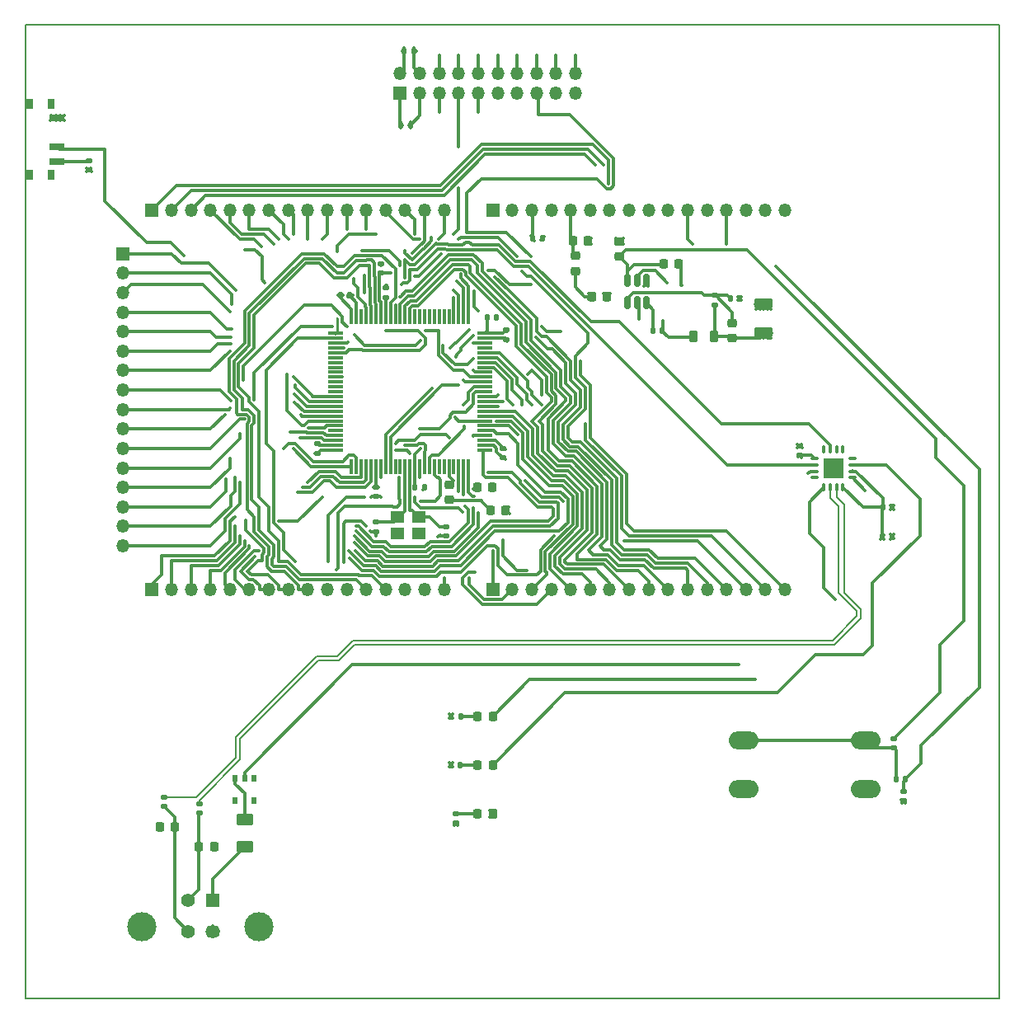
<source format=gbr>
%TF.GenerationSoftware,KiCad,Pcbnew,7.0.6*%
%TF.CreationDate,2023-08-18T22:01:19-04:00*%
%TF.ProjectId,mcu design,6d637520-6465-4736-9967-6e2e6b696361,rev?*%
%TF.SameCoordinates,Original*%
%TF.FileFunction,Copper,L1,Top*%
%TF.FilePolarity,Positive*%
%FSLAX46Y46*%
G04 Gerber Fmt 4.6, Leading zero omitted, Abs format (unit mm)*
G04 Created by KiCad (PCBNEW 7.0.6) date 2023-08-18 22:01:19*
%MOMM*%
%LPD*%
G01*
G04 APERTURE LIST*
G04 Aperture macros list*
%AMRoundRect*
0 Rectangle with rounded corners*
0 $1 Rounding radius*
0 $2 $3 $4 $5 $6 $7 $8 $9 X,Y pos of 4 corners*
0 Add a 4 corners polygon primitive as box body*
4,1,4,$2,$3,$4,$5,$6,$7,$8,$9,$2,$3,0*
0 Add four circle primitives for the rounded corners*
1,1,$1+$1,$2,$3*
1,1,$1+$1,$4,$5*
1,1,$1+$1,$6,$7*
1,1,$1+$1,$8,$9*
0 Add four rect primitives between the rounded corners*
20,1,$1+$1,$2,$3,$4,$5,0*
20,1,$1+$1,$4,$5,$6,$7,0*
20,1,$1+$1,$6,$7,$8,$9,0*
20,1,$1+$1,$8,$9,$2,$3,0*%
G04 Aperture macros list end*
%TA.AperFunction,NonConductor*%
%ADD10C,0.200000*%
%TD*%
%TA.AperFunction,SMDPad,CuDef*%
%ADD11RoundRect,0.140000X-0.140000X-0.170000X0.140000X-0.170000X0.140000X0.170000X-0.140000X0.170000X0*%
%TD*%
%TA.AperFunction,SMDPad,CuDef*%
%ADD12RoundRect,0.225000X0.250000X-0.225000X0.250000X0.225000X-0.250000X0.225000X-0.250000X-0.225000X0*%
%TD*%
%TA.AperFunction,ComponentPad*%
%ADD13R,1.350000X1.350000*%
%TD*%
%TA.AperFunction,ComponentPad*%
%ADD14O,1.350000X1.350000*%
%TD*%
%TA.AperFunction,SMDPad,CuDef*%
%ADD15R,0.510000X0.700000*%
%TD*%
%TA.AperFunction,SMDPad,CuDef*%
%ADD16RoundRect,0.225000X-0.225000X-0.250000X0.225000X-0.250000X0.225000X0.250000X-0.225000X0.250000X0*%
%TD*%
%TA.AperFunction,SMDPad,CuDef*%
%ADD17RoundRect,0.140000X0.140000X0.170000X-0.140000X0.170000X-0.140000X-0.170000X0.140000X-0.170000X0*%
%TD*%
%TA.AperFunction,SMDPad,CuDef*%
%ADD18RoundRect,0.140000X0.170000X-0.140000X0.170000X0.140000X-0.170000X0.140000X-0.170000X-0.140000X0*%
%TD*%
%TA.AperFunction,SMDPad,CuDef*%
%ADD19RoundRect,0.140000X-0.170000X0.140000X-0.170000X-0.140000X0.170000X-0.140000X0.170000X0.140000X0*%
%TD*%
%TA.AperFunction,SMDPad,CuDef*%
%ADD20R,1.400000X1.200000*%
%TD*%
%TA.AperFunction,SMDPad,CuDef*%
%ADD21RoundRect,0.225000X-0.250000X0.225000X-0.250000X-0.225000X0.250000X-0.225000X0.250000X0.225000X0*%
%TD*%
%TA.AperFunction,SMDPad,CuDef*%
%ADD22RoundRect,0.225000X0.225000X0.250000X-0.225000X0.250000X-0.225000X-0.250000X0.225000X-0.250000X0*%
%TD*%
%TA.AperFunction,ComponentPad*%
%ADD23R,1.400000X1.400000*%
%TD*%
%TA.AperFunction,ComponentPad*%
%ADD24C,1.400000*%
%TD*%
%TA.AperFunction,ComponentPad*%
%ADD25C,3.000000*%
%TD*%
%TA.AperFunction,ComponentPad*%
%ADD26O,3.048000X1.850000*%
%TD*%
%TA.AperFunction,SMDPad,CuDef*%
%ADD27RoundRect,0.075000X-0.350000X-0.075000X0.350000X-0.075000X0.350000X0.075000X-0.350000X0.075000X0*%
%TD*%
%TA.AperFunction,SMDPad,CuDef*%
%ADD28RoundRect,0.075000X-0.075000X-0.350000X0.075000X-0.350000X0.075000X0.350000X-0.075000X0.350000X0*%
%TD*%
%TA.AperFunction,SMDPad,CuDef*%
%ADD29R,2.100000X2.100000*%
%TD*%
%TA.AperFunction,SMDPad,CuDef*%
%ADD30RoundRect,0.250000X0.625000X-0.375000X0.625000X0.375000X-0.625000X0.375000X-0.625000X-0.375000X0*%
%TD*%
%TA.AperFunction,SMDPad,CuDef*%
%ADD31RoundRect,0.250000X-0.650000X0.325000X-0.650000X-0.325000X0.650000X-0.325000X0.650000X0.325000X0*%
%TD*%
%TA.AperFunction,SMDPad,CuDef*%
%ADD32RoundRect,0.150000X-0.150000X0.512500X-0.150000X-0.512500X0.150000X-0.512500X0.150000X0.512500X0*%
%TD*%
%TA.AperFunction,SMDPad,CuDef*%
%ADD33RoundRect,0.075000X0.075000X-0.725000X0.075000X0.725000X-0.075000X0.725000X-0.075000X-0.725000X0*%
%TD*%
%TA.AperFunction,SMDPad,CuDef*%
%ADD34RoundRect,0.075000X0.725000X-0.075000X0.725000X0.075000X-0.725000X0.075000X-0.725000X-0.075000X0*%
%TD*%
%TA.AperFunction,SMDPad,CuDef*%
%ADD35R,0.800000X1.000000*%
%TD*%
%TA.AperFunction,SMDPad,CuDef*%
%ADD36R,1.500000X0.700000*%
%TD*%
%TA.AperFunction,SMDPad,CuDef*%
%ADD37RoundRect,0.218750X-0.218750X-0.381250X0.218750X-0.381250X0.218750X0.381250X-0.218750X0.381250X0*%
%TD*%
%TA.AperFunction,ViaPad*%
%ADD38C,0.300000*%
%TD*%
%TA.AperFunction,Conductor*%
%ADD39C,0.300000*%
%TD*%
%TA.AperFunction,Conductor*%
%ADD40C,0.100000*%
%TD*%
%TA.AperFunction,Conductor*%
%ADD41C,0.250000*%
%TD*%
%TA.AperFunction,Conductor*%
%ADD42C,0.200000*%
%TD*%
G04 APERTURE END LIST*
D10*
X27000000Y-20000000D02*
X127000000Y-20000000D01*
X127000000Y-120000000D01*
X27000000Y-120000000D01*
X27000000Y-20000000D01*
D11*
%TO.P,C16,1*%
%TO.N,+3V3*%
X115020000Y-72550000D03*
%TO.P,C16,2*%
%TO.N,GND*%
X115980000Y-72550000D03*
%TD*%
%TO.P,C23,1*%
%TO.N,+3V3*%
X74406000Y-50055000D03*
%TO.P,C23,2*%
%TO.N,GND*%
X75366000Y-50055000D03*
%TD*%
D12*
%TO.P,C10,1*%
%TO.N,Net-(U3-VIN)*%
X88000000Y-43775000D03*
%TO.P,C10,2*%
%TO.N,GND*%
X88000000Y-42225000D03*
%TD*%
D13*
%TO.P,J10,1,Pin_1*%
%TO.N,+3V3*%
X65500000Y-27000000D03*
D14*
%TO.P,J10,2,Pin_2*%
X65500000Y-25000000D03*
%TO.P,J10,3,Pin_3*%
%TO.N,GND*%
X67500000Y-27000000D03*
%TO.P,J10,4,Pin_4*%
X67500000Y-25000000D03*
%TO.P,J10,5,Pin_5*%
X69500000Y-27000000D03*
%TO.P,J10,6,Pin_6*%
X69500000Y-25000000D03*
%TO.P,J10,7,Pin_7*%
%TO.N,SWDIO*%
X71500000Y-27000000D03*
%TO.P,J10,8,Pin_8*%
%TO.N,GND*%
X71500000Y-25000000D03*
%TO.P,J10,9,Pin_9*%
%TO.N,SWDCLK*%
X73500000Y-27000000D03*
%TO.P,J10,10,Pin_10*%
%TO.N,GND*%
X73500000Y-25000000D03*
%TO.P,J10,11,Pin_11*%
%TO.N,unconnected-(J10-Pin_11-Pad11)*%
X75500000Y-27000000D03*
%TO.P,J10,12,Pin_12*%
%TO.N,GND*%
X75500000Y-25000000D03*
%TO.P,J10,13,Pin_13*%
%TO.N,unconnected-(J10-Pin_13-Pad13)*%
X77500000Y-27000000D03*
%TO.P,J10,14,Pin_14*%
%TO.N,GND*%
X77500000Y-25000000D03*
%TO.P,J10,15,Pin_15*%
%TO.N,NRST*%
X79500000Y-27000000D03*
%TO.P,J10,16,Pin_16*%
%TO.N,GND*%
X79500000Y-25000000D03*
%TO.P,J10,17,Pin_17*%
%TO.N,unconnected-(J10-Pin_17-Pad17)*%
X81500000Y-27000000D03*
%TO.P,J10,18,Pin_18*%
%TO.N,GND*%
X81500000Y-25000000D03*
%TO.P,J10,19,Pin_19*%
%TO.N,unconnected-(J10-Pin_19-Pad19)*%
X83500000Y-27000000D03*
%TO.P,J10,20,Pin_20*%
%TO.N,GND*%
X83500000Y-25000000D03*
%TD*%
D15*
%TO.P,Q1,1,G*%
%TO.N,GND*%
X50450000Y-97340000D03*
%TO.P,Q1,2,S*%
%TO.N,Net-(Q1-S)*%
X49500000Y-97340000D03*
%TO.P,Q1,3,D*%
%TO.N,Net-(Q1-D)*%
X48550000Y-97340000D03*
%TO.P,Q1,4*%
%TO.N,N/C*%
X48550000Y-99660000D03*
%TO.P,Q1,5*%
X50450000Y-99660000D03*
%TD*%
D16*
%TO.P,C26,1*%
%TO.N,3V3*%
X85145000Y-47910000D03*
%TO.P,C26,2*%
%TO.N,GND*%
X86695000Y-47910000D03*
%TD*%
%TO.P,C9,1*%
%TO.N,Net-(J12-D-)*%
X44825000Y-104400000D03*
%TO.P,C9,2*%
%TO.N,GND*%
X46375000Y-104400000D03*
%TD*%
D17*
%TO.P,R3,1*%
%TO.N,Net-(D2-A)*%
X71683500Y-91001000D03*
%TO.P,R3,2*%
%TO.N,+3V3*%
X70723500Y-91001000D03*
%TD*%
D13*
%TO.P,J16,1,Pin_1*%
%TO.N,PORTB{slash}PIN0*%
X40000000Y-39000000D03*
D14*
%TO.P,J16,2,Pin_2*%
%TO.N,PORTB{slash}PIN1*%
X42000000Y-39000000D03*
%TO.P,J16,3,Pin_3*%
%TO.N,PORTB{slash}PIN2*%
X44000000Y-39000000D03*
%TO.P,J16,4,Pin_4*%
%TO.N,PORTB{slash}PIN3*%
X46000000Y-39000000D03*
%TO.P,J16,5,Pin_5*%
%TO.N,PORTB{slash}PIN4*%
X48000000Y-39000000D03*
%TO.P,J16,6,Pin_6*%
%TO.N,PORTB{slash}PIN5*%
X50000000Y-39000000D03*
%TO.P,J16,7,Pin_7*%
%TO.N,PORTB{slash}PIN6*%
X52000000Y-39000000D03*
%TO.P,J16,8,Pin_8*%
%TO.N,PORTB{slash}PIN7*%
X54000000Y-39000000D03*
%TO.P,J16,9,Pin_9*%
%TO.N,PORTB{slash}PIN8*%
X56000000Y-39000000D03*
%TO.P,J16,10,Pin_10*%
%TO.N,PORTB{slash}PIN9*%
X58000000Y-39000000D03*
%TO.P,J16,11,Pin_11*%
%TO.N,PORTB{slash}PIN10*%
X60000000Y-39000000D03*
%TO.P,J16,12,Pin_12*%
%TO.N,PORTB{slash}PIN11*%
X62000000Y-39000000D03*
%TO.P,J16,13,Pin_13*%
%TO.N,PORTB{slash}PIN12*%
X64000000Y-39000000D03*
%TO.P,J16,14,Pin_14*%
%TO.N,PORTB{slash}PIN13*%
X66000000Y-39000000D03*
%TO.P,J16,15,Pin_15*%
%TO.N,PORTB{slash}PIN14*%
X68000000Y-39000000D03*
%TO.P,J16,16,Pin_16*%
%TO.N,PORTB{slash}PIN15*%
X70000000Y-39000000D03*
%TD*%
D18*
%TO.P,C3,1*%
%TO.N,GND*%
X70180000Y-72490000D03*
%TO.P,C3,2*%
%TO.N,Net-(U1-PF1)*%
X70180000Y-71530000D03*
%TD*%
D19*
%TO.P,R7,1*%
%TO.N,Net-(U3-VIN)*%
X116144000Y-93295000D03*
%TO.P,R7,2*%
%TO.N,Net-(R7-Pad2)*%
X116144000Y-94255000D03*
%TD*%
D13*
%TO.P,J11,1,Pin_1*%
%TO.N,PORTE{slash}PIN0*%
X37000000Y-43500000D03*
D14*
%TO.P,J11,2,Pin_2*%
%TO.N,PORTE{slash}PIN1*%
X37000000Y-45500000D03*
%TO.P,J11,3,Pin_3*%
%TO.N,PORTE{slash}PIN2*%
X37000000Y-47500000D03*
%TO.P,J11,4,Pin_4*%
%TO.N,PORTE{slash}PIN3*%
X37000000Y-49500000D03*
%TO.P,J11,5,Pin_5*%
%TO.N,PORTE{slash}PIN4*%
X37000000Y-51500000D03*
%TO.P,J11,6,Pin_6*%
%TO.N,PORTE{slash}PIN5*%
X37000000Y-53500000D03*
%TO.P,J11,7,Pin_7*%
%TO.N,PORTE{slash}PIN6*%
X37000000Y-55500000D03*
%TO.P,J11,8,Pin_8*%
%TO.N,PORTE{slash}PIN7*%
X37000000Y-57500000D03*
%TO.P,J11,9,Pin_9*%
%TO.N,PORTE{slash}PIN8*%
X37000000Y-59500000D03*
%TO.P,J11,10,Pin_10*%
%TO.N,PORTE{slash}PIN9*%
X37000000Y-61500000D03*
%TO.P,J11,11,Pin_11*%
%TO.N,PORTE{slash}PIN10*%
X37000000Y-63500000D03*
%TO.P,J11,12,Pin_12*%
%TO.N,PORTE{slash}PIN11*%
X37000000Y-65500000D03*
%TO.P,J11,13,Pin_13*%
%TO.N,PORTE{slash}PIN12*%
X37000000Y-67500000D03*
%TO.P,J11,14,Pin_14*%
%TO.N,PORTE{slash}PIN13*%
X37000000Y-69500000D03*
%TO.P,J11,15,Pin_15*%
%TO.N,PORTE{slash}PIN14*%
X37000000Y-71500000D03*
%TO.P,J11,16,Pin_16*%
%TO.N,PORTE{slash}PIN15*%
X37000000Y-73500000D03*
%TD*%
D20*
%TO.P,Y2,1,1*%
%TO.N,Net-(U1-PF1)*%
X67410000Y-70500000D03*
%TO.P,Y2,2,2*%
%TO.N,Net-(U1-PF0)*%
X65210000Y-70500000D03*
%TO.P,Y2,3*%
%TO.N,N/C*%
X65210000Y-72200000D03*
%TO.P,Y2,4*%
X67410000Y-72200000D03*
%TD*%
D21*
%TO.P,C24,1*%
%TO.N,Net-(U3-FB)*%
X99600000Y-50625000D03*
%TO.P,C24,2*%
%TO.N,+3V3*%
X99600000Y-52175000D03*
%TD*%
D22*
%TO.P,D2,1,K*%
%TO.N,Net-(D2-K)*%
X75000000Y-91000000D03*
%TO.P,D2,2,A*%
%TO.N,Net-(D2-A)*%
X73450000Y-91000000D03*
%TD*%
D17*
%TO.P,C25,1*%
%TO.N,GND*%
X80090000Y-41890000D03*
%TO.P,C25,2*%
%TO.N,3V3*%
X79130000Y-41890000D03*
%TD*%
%TO.P,C4,1*%
%TO.N,GND*%
X67980000Y-67500000D03*
%TO.P,C4,2*%
%TO.N,NRST*%
X67020000Y-67500000D03*
%TD*%
D19*
%TO.P,C20,1*%
%TO.N,+3V3*%
X76400000Y-51349000D03*
%TO.P,C20,2*%
%TO.N,GND*%
X76400000Y-52309000D03*
%TD*%
D18*
%TO.P,C1,1*%
%TO.N,GND*%
X63010000Y-72030000D03*
%TO.P,C1,2*%
%TO.N,Net-(U1-PF0)*%
X63010000Y-71070000D03*
%TD*%
D11*
%TO.P,C6,1*%
%TO.N,+3V3*%
X65580000Y-30300000D03*
%TO.P,C6,2*%
%TO.N,GND*%
X66540000Y-30300000D03*
%TD*%
%TO.P,C18,1*%
%TO.N,Net-(U3-BS)*%
X91460000Y-51410000D03*
%TO.P,C18,2*%
%TO.N,Net-(U3-SW)*%
X92420000Y-51410000D03*
%TD*%
D23*
%TO.P,J12,1,VBUS*%
%TO.N,+5V*%
X46230000Y-109890000D03*
D24*
%TO.P,J12,2,D-*%
%TO.N,Net-(J12-D-)*%
X43730000Y-109890000D03*
%TO.P,J12,3,D+*%
%TO.N,Net-(J12-D+)*%
X43730000Y-113090000D03*
%TO.P,J12,4,GND*%
%TO.N,GND*%
X46230000Y-113090000D03*
D25*
%TO.P,J12,5,Shield*%
%TO.N,unconnected-(J12-Shield-Pad5)*%
X38960000Y-112600000D03*
X51000000Y-112600000D03*
%TD*%
D19*
%TO.P,C14,1*%
%TO.N,+3V3*%
X76040000Y-63500000D03*
%TO.P,C14,2*%
%TO.N,GND*%
X76040000Y-64460000D03*
%TD*%
D22*
%TO.P,FB1,1*%
%TO.N,Net-(Q1-S)*%
X94095000Y-44570000D03*
%TO.P,FB1,2*%
%TO.N,Net-(U3-VIN)*%
X92545000Y-44570000D03*
%TD*%
D18*
%TO.P,R19,1*%
%TO.N,+3V3*%
X71191500Y-101980000D03*
%TO.P,R19,2*%
%TO.N,Net-(D0-A)*%
X71191500Y-101020000D03*
%TD*%
%TO.P,R17,1*%
%TO.N,+3V3*%
X97810000Y-48740000D03*
%TO.P,R17,2*%
%TO.N,Net-(U3-FB)*%
X97810000Y-47780000D03*
%TD*%
D12*
%TO.P,FB2,1*%
%TO.N,+3V3*%
X70500000Y-68775000D03*
%TO.P,FB2,2*%
%TO.N,+3.3VA*%
X70500000Y-67225000D03*
%TD*%
D26*
%TO.P,SW4,1,1*%
%TO.N,Net-(R7-Pad2)*%
X100760000Y-93500000D03*
X113260000Y-93500000D03*
%TO.P,SW4,2,2*%
%TO.N,GND*%
X100760000Y-98500000D03*
X113260000Y-98500000D03*
%TD*%
D27*
%TO.P,U2,1,VCCIO*%
%TO.N,+3V3*%
X108025000Y-64550000D03*
%TO.P,U2,2,RXD*%
%TO.N,Net-(U1-PA9)*%
X108025000Y-65200000D03*
%TO.P,U2,3,GND*%
%TO.N,GND*%
X108025000Y-65850000D03*
%TO.P,U2,4,~{CTS}*%
%TO.N,unconnected-(U2-~{CTS}-Pad4)*%
X108025000Y-66500000D03*
D28*
%TO.P,U2,5,CBUS2*%
%TO.N,Net-(D2-K)*%
X109000000Y-67475000D03*
%TO.P,U2,6,USBD+*%
%TO.N,D+*%
X109650000Y-67475000D03*
%TO.P,U2,7,USBD-*%
%TO.N,D-*%
X110300000Y-67475000D03*
%TO.P,U2,8,3V3OUT*%
%TO.N,+3V3*%
X110950000Y-67475000D03*
D27*
%TO.P,U2,9,~{RESET}*%
%TO.N,RESETSW*%
X111925000Y-66500000D03*
%TO.P,U2,10,VCC*%
%TO.N,+3V3*%
X111925000Y-65850000D03*
%TO.P,U2,11,CBUS1*%
%TO.N,Net-(D1-K)*%
X111925000Y-65200000D03*
%TO.P,U2,12,CBUS0*%
%TO.N,unconnected-(U2-CBUS0-Pad12)*%
X111925000Y-64550000D03*
D28*
%TO.P,U2,13,GND*%
%TO.N,GND*%
X110950000Y-63575000D03*
%TO.P,U2,14,CBUS3*%
%TO.N,unconnected-(U2-CBUS3-Pad14)*%
X110300000Y-63575000D03*
%TO.P,U2,15,TXD*%
%TO.N,Net-(U1-PA10)*%
X109650000Y-63575000D03*
%TO.P,U2,16,~{RTS}*%
%TO.N,unconnected-(U2-~{RTS}-Pad16)*%
X109000000Y-63575000D03*
D29*
%TO.P,U2,17,GND*%
%TO.N,GND*%
X109975000Y-65525000D03*
%TD*%
D22*
%TO.P,D1,1,K*%
%TO.N,Net-(D1-K)*%
X75000000Y-96000000D03*
%TO.P,D1,2,A*%
%TO.N,Net-(D1-A)*%
X73450000Y-96000000D03*
%TD*%
D19*
%TO.P,C5,1*%
%TO.N,RESETSW*%
X117180000Y-98742000D03*
%TO.P,C5,2*%
%TO.N,GND*%
X117180000Y-99702000D03*
%TD*%
D30*
%TO.P,F1,1*%
%TO.N,+5V*%
X49500000Y-104400000D03*
%TO.P,F1,2*%
%TO.N,Net-(Q1-D)*%
X49500000Y-101600000D03*
%TD*%
D13*
%TO.P,J2,1,Pin_1*%
%TO.N,unconnected-(J2-Pin_1-Pad1)*%
X75000000Y-39000000D03*
D14*
%TO.P,J2,2,Pin_2*%
%TO.N,unconnected-(J2-Pin_2-Pad2)*%
X77000000Y-39000000D03*
%TO.P,J2,3,Pin_3*%
%TO.N,3V3*%
X79000000Y-39000000D03*
%TO.P,J2,4,Pin_4*%
%TO.N,unconnected-(J2-Pin_4-Pad4)*%
X81000000Y-39000000D03*
%TO.P,J2,5,Pin_5*%
%TO.N,Net-(J2-Pin_5)*%
X83000000Y-39000000D03*
%TO.P,J2,6,Pin_6*%
%TO.N,unconnected-(J2-Pin_6-Pad6)*%
X85000000Y-39000000D03*
%TO.P,J2,7,Pin_7*%
%TO.N,unconnected-(J2-Pin_7-Pad7)*%
X87000000Y-39000000D03*
%TO.P,J2,8,Pin_8*%
%TO.N,unconnected-(J2-Pin_8-Pad8)*%
X89000000Y-39000000D03*
%TO.P,J2,9,Pin_9*%
%TO.N,unconnected-(J2-Pin_9-Pad9)*%
X91000000Y-39000000D03*
%TO.P,J2,10,Pin_10*%
%TO.N,unconnected-(J2-Pin_10-Pad10)*%
X93000000Y-39000000D03*
%TO.P,J2,11,Pin_11*%
%TO.N,GND*%
X95000000Y-39000000D03*
%TO.P,J2,12,Pin_12*%
%TO.N,unconnected-(J2-Pin_12-Pad12)*%
X97000000Y-39000000D03*
%TO.P,J2,13,Pin_13*%
%TO.N,GND*%
X99000000Y-39000000D03*
%TO.P,J2,14,Pin_14*%
%TO.N,unconnected-(J2-Pin_14-Pad14)*%
X101000000Y-39000000D03*
%TO.P,J2,15,Pin_15*%
%TO.N,unconnected-(J2-Pin_15-Pad15)*%
X103000000Y-39000000D03*
%TO.P,J2,16,Pin_16*%
%TO.N,unconnected-(J2-Pin_16-Pad16)*%
X105000000Y-39000000D03*
%TD*%
D31*
%TO.P,C17,1*%
%TO.N,GND*%
X102770000Y-48725000D03*
%TO.P,C17,2*%
%TO.N,+3V3*%
X102770000Y-51675000D03*
%TD*%
D18*
%TO.P,R6,1*%
%TO.N,Net-(U1-PA10)*%
X63500000Y-45500000D03*
%TO.P,R6,2*%
%TO.N,+3V3*%
X63500000Y-44540000D03*
%TD*%
D22*
%TO.P,D0,1,K*%
%TO.N,GND*%
X75000000Y-101000000D03*
%TO.P,D0,2,A*%
%TO.N,Net-(D0-A)*%
X73450000Y-101000000D03*
%TD*%
D17*
%TO.P,R2,1*%
%TO.N,Net-(D1-A)*%
X71671500Y-96001000D03*
%TO.P,R2,2*%
%TO.N,+3V3*%
X70711500Y-96001000D03*
%TD*%
D13*
%TO.P,J13,1,Pin_1*%
%TO.N,PORTC{slash}PIN0*%
X75000000Y-78000000D03*
D14*
%TO.P,J13,2,Pin_2*%
%TO.N,PORTC{slash}PIN1*%
X77000000Y-78000000D03*
%TO.P,J13,3,Pin_3*%
%TO.N,PORTC{slash}PIN2*%
X79000000Y-78000000D03*
%TO.P,J13,4,Pin_4*%
%TO.N,PORTC{slash}PIN3*%
X81000000Y-78000000D03*
%TO.P,J13,5,Pin_5*%
%TO.N,PORTC{slash}PIN4*%
X83000000Y-78000000D03*
%TO.P,J13,6,Pin_6*%
%TO.N,PORTC{slash}PIN5*%
X85000000Y-78000000D03*
%TO.P,J13,7,Pin_7*%
%TO.N,PORTC{slash}PIN6*%
X87000000Y-78000000D03*
%TO.P,J13,8,Pin_8*%
%TO.N,PORTC{slash}PIN7*%
X89000000Y-78000000D03*
%TO.P,J13,9,Pin_9*%
%TO.N,PORTC{slash}PIN8*%
X91000000Y-78000000D03*
%TO.P,J13,10,Pin_10*%
%TO.N,PORTC{slash}PIN9*%
X93000000Y-78000000D03*
%TO.P,J13,11,Pin_11*%
%TO.N,PORTC{slash}PIN10*%
X95000000Y-78000000D03*
%TO.P,J13,12,Pin_12*%
%TO.N,PORTC{slash}PIN11*%
X97000000Y-78000000D03*
%TO.P,J13,13,Pin_13*%
%TO.N,PORTC{slash}PIN12*%
X99000000Y-78000000D03*
%TO.P,J13,14,Pin_14*%
%TO.N,PORTC{slash}PIN13*%
X101000000Y-78000000D03*
%TO.P,J13,15,Pin_15*%
%TO.N,PORTC{slash}PIN14*%
X103000000Y-78000000D03*
%TO.P,J13,16,Pin_16*%
%TO.N,PORTC{slash}PIN15*%
X105000000Y-78000000D03*
%TD*%
D19*
%TO.P,R11,1*%
%TO.N,D+*%
X41230000Y-99310000D03*
%TO.P,R11,2*%
%TO.N,Net-(J12-D+)*%
X41230000Y-100270000D03*
%TD*%
D18*
%TO.P,C2,1*%
%TO.N,+3V3*%
X106500000Y-64222000D03*
%TO.P,C2,2*%
%TO.N,GND*%
X106500000Y-63262000D03*
%TD*%
D13*
%TO.P,J15,1,Pin_1*%
%TO.N,PORTA{slash}PIN0*%
X40000000Y-78000000D03*
D14*
%TO.P,J15,2,Pin_2*%
%TO.N,PORTA{slash}PIN1*%
X42000000Y-78000000D03*
%TO.P,J15,3,Pin_3*%
%TO.N,PORTA{slash}PIN2*%
X44000000Y-78000000D03*
%TO.P,J15,4,Pin_4*%
%TO.N,PORTA{slash}PIN3*%
X46000000Y-78000000D03*
%TO.P,J15,5,Pin_5*%
%TO.N,PORTA{slash}PIN4*%
X48000000Y-78000000D03*
%TO.P,J15,6,Pin_6*%
%TO.N,PORTA{slash}PIN5*%
X50000000Y-78000000D03*
%TO.P,J15,7,Pin_7*%
%TO.N,PORTA{slash}PIN6*%
X52000000Y-78000000D03*
%TO.P,J15,8,Pin_8*%
%TO.N,PORTA{slash}PIN7*%
X54000000Y-78000000D03*
%TO.P,J15,9,Pin_9*%
%TO.N,PORTA{slash}PIN8*%
X56000000Y-78000000D03*
%TO.P,J15,10,Pin_10*%
%TO.N,unconnected-(J15-Pin_10-Pad10)*%
X58000000Y-78000000D03*
%TO.P,J15,11,Pin_11*%
%TO.N,unconnected-(J15-Pin_11-Pad11)*%
X60000000Y-78000000D03*
%TO.P,J15,12,Pin_12*%
%TO.N,PORTA{slash}PIN11*%
X62000000Y-78000000D03*
%TO.P,J15,13,Pin_13*%
%TO.N,PORTA{slash}PIN12*%
X64000000Y-78000000D03*
%TO.P,J15,14,Pin_14*%
%TO.N,unconnected-(J15-Pin_14-Pad14)*%
X66000000Y-78000000D03*
%TO.P,J15,15,Pin_15*%
%TO.N,unconnected-(J15-Pin_15-Pad15)*%
X68000000Y-78000000D03*
%TO.P,J15,16,Pin_16*%
%TO.N,PORTA{slash}PIN15*%
X70000000Y-78000000D03*
%TD*%
D18*
%TO.P,C13,1*%
%TO.N,+3V3*%
X57000000Y-63993000D03*
%TO.P,C13,2*%
%TO.N,GND*%
X57000000Y-63033000D03*
%TD*%
D32*
%TO.P,U3,1,GND*%
%TO.N,GND*%
X90750000Y-46262500D03*
%TO.P,U3,2,SW*%
%TO.N,Net-(U3-SW)*%
X89800000Y-46262500D03*
%TO.P,U3,3,VIN*%
%TO.N,Net-(U3-VIN)*%
X88850000Y-46262500D03*
%TO.P,U3,4,FB*%
%TO.N,Net-(U3-FB)*%
X88850000Y-48537500D03*
%TO.P,U3,5,EN*%
%TO.N,RESETSW*%
X89800000Y-48537500D03*
%TO.P,U3,6,BS*%
%TO.N,Net-(U3-BS)*%
X90750000Y-48537500D03*
%TD*%
D19*
%TO.P,C21,1*%
%TO.N,+3V3*%
X63000000Y-67500000D03*
%TO.P,C21,2*%
%TO.N,GND*%
X63000000Y-68460000D03*
%TD*%
D11*
%TO.P,C7,1*%
%TO.N,+3V3*%
X65920000Y-22700000D03*
%TO.P,C7,2*%
%TO.N,GND*%
X66880000Y-22700000D03*
%TD*%
%TO.P,R8,1*%
%TO.N,Net-(R7-Pad2)*%
X116425000Y-97500000D03*
%TO.P,R8,2*%
%TO.N,RESETSW*%
X117385000Y-97500000D03*
%TD*%
D19*
%TO.P,R10,1*%
%TO.N,D-*%
X44860000Y-100000000D03*
%TO.P,R10,2*%
%TO.N,Net-(J12-D-)*%
X44860000Y-100960000D03*
%TD*%
D16*
%TO.P,C8,1*%
%TO.N,+3V3*%
X74785000Y-69860000D03*
%TO.P,C8,2*%
%TO.N,GND*%
X76335000Y-69860000D03*
%TD*%
D33*
%TO.P,U1,1,PE2*%
%TO.N,PORTE{slash}PIN2*%
X60500000Y-65350000D03*
%TO.P,U1,2,PE3*%
%TO.N,PORTE{slash}PIN3*%
X61000000Y-65350000D03*
%TO.P,U1,3,PE4*%
%TO.N,PORTE{slash}PIN4*%
X61500000Y-65350000D03*
%TO.P,U1,4,PE5*%
%TO.N,PORTE{slash}PIN5*%
X62000000Y-65350000D03*
%TO.P,U1,5,PE6*%
%TO.N,PORTE{slash}PIN6*%
X62500000Y-65350000D03*
%TO.P,U1,6,VBAT*%
%TO.N,+3V3*%
X63000000Y-65350000D03*
%TO.P,U1,7,PC13*%
%TO.N,PORTC{slash}PIN13*%
X63500000Y-65350000D03*
%TO.P,U1,8,PC14*%
%TO.N,PORTC{slash}PIN14*%
X64000000Y-65350000D03*
%TO.P,U1,9,PC15*%
%TO.N,PORTC{slash}PIN15*%
X64500000Y-65350000D03*
%TO.P,U1,10,PF9*%
%TO.N,PORTF{slash}PIN9*%
X65000000Y-65350000D03*
%TO.P,U1,11,PF10*%
%TO.N,PORTF{slash}PIN10*%
X65500000Y-65350000D03*
%TO.P,U1,12,PF0*%
%TO.N,Net-(U1-PF0)*%
X66000000Y-65350000D03*
%TO.P,U1,13,PF1*%
%TO.N,Net-(U1-PF1)*%
X66500000Y-65350000D03*
%TO.P,U1,14,NRST*%
%TO.N,NRST*%
X67000000Y-65350000D03*
%TO.P,U1,15,PC0*%
%TO.N,PORTC{slash}PIN0*%
X67500000Y-65350000D03*
%TO.P,U1,16,PC1*%
%TO.N,PORTC{slash}PIN1*%
X68000000Y-65350000D03*
%TO.P,U1,17,PC2*%
%TO.N,PORTC{slash}PIN2*%
X68500000Y-65350000D03*
%TO.P,U1,18,PC3*%
%TO.N,PORTC{slash}PIN3*%
X69000000Y-65350000D03*
%TO.P,U1,19,PF2*%
%TO.N,PORTF{slash}PIN2*%
X69500000Y-65350000D03*
%TO.P,U1,20,VSSA*%
%TO.N,GND*%
X70000000Y-65350000D03*
%TO.P,U1,21,VDDA*%
%TO.N,+3.3VA*%
X70500000Y-65350000D03*
%TO.P,U1,22,PF3*%
%TO.N,PORTF{slash}PIN3*%
X71000000Y-65350000D03*
%TO.P,U1,23,PA0*%
%TO.N,PORTA{slash}PIN0*%
X71500000Y-65350000D03*
%TO.P,U1,24,PA1*%
%TO.N,PORTA{slash}PIN1*%
X72000000Y-65350000D03*
%TO.P,U1,25,PA2*%
%TO.N,PORTA{slash}PIN2*%
X72500000Y-65350000D03*
D34*
%TO.P,U1,26,PA3*%
%TO.N,PORTA{slash}PIN3*%
X74175000Y-63675000D03*
%TO.P,U1,27,VSS*%
%TO.N,GND*%
X74175000Y-63175000D03*
%TO.P,U1,28,VDD*%
%TO.N,+3V3*%
X74175000Y-62675000D03*
%TO.P,U1,29,PA4*%
%TO.N,PORTA{slash}PIN4*%
X74175000Y-62175000D03*
%TO.P,U1,30,PA5*%
%TO.N,PORTA{slash}PIN5*%
X74175000Y-61675000D03*
%TO.P,U1,31,PA6*%
%TO.N,PORTA{slash}PIN6*%
X74175000Y-61175000D03*
%TO.P,U1,32,PA7*%
%TO.N,PORTA{slash}PIN7*%
X74175000Y-60675000D03*
%TO.P,U1,33,PC4*%
%TO.N,PORTC{slash}PIN4*%
X74175000Y-60175000D03*
%TO.P,U1,34,PC5*%
%TO.N,PORTC{slash}PIN5*%
X74175000Y-59675000D03*
%TO.P,U1,35,PB0*%
%TO.N,PORTB{slash}PIN0*%
X74175000Y-59175000D03*
%TO.P,U1,36,PB1*%
%TO.N,PORTB{slash}PIN1*%
X74175000Y-58675000D03*
%TO.P,U1,37,PB2*%
%TO.N,PORTB{slash}PIN2*%
X74175000Y-58175000D03*
%TO.P,U1,38,PE7*%
%TO.N,PORTE{slash}PIN7*%
X74175000Y-57675000D03*
%TO.P,U1,39,PE8*%
%TO.N,PORTE{slash}PIN8*%
X74175000Y-57175000D03*
%TO.P,U1,40,PE9*%
%TO.N,PORTE{slash}PIN9*%
X74175000Y-56675000D03*
%TO.P,U1,41,PE10*%
%TO.N,PORTE{slash}PIN10*%
X74175000Y-56175000D03*
%TO.P,U1,42,PE11*%
%TO.N,PORTE{slash}PIN11*%
X74175000Y-55675000D03*
%TO.P,U1,43,PE12*%
%TO.N,PORTE{slash}PIN12*%
X74175000Y-55175000D03*
%TO.P,U1,44,PE13*%
%TO.N,PORTE{slash}PIN13*%
X74175000Y-54675000D03*
%TO.P,U1,45,PE14*%
%TO.N,PORTE{slash}PIN14*%
X74175000Y-54175000D03*
%TO.P,U1,46,PE15*%
%TO.N,PORTE{slash}PIN15*%
X74175000Y-53675000D03*
%TO.P,U1,47,PB10*%
%TO.N,PORTB{slash}PIN10*%
X74175000Y-53175000D03*
%TO.P,U1,48,PB11*%
%TO.N,PORTB{slash}PIN11*%
X74175000Y-52675000D03*
%TO.P,U1,49,VSS*%
%TO.N,GND*%
X74175000Y-52175000D03*
%TO.P,U1,50,VDD*%
%TO.N,+3V3*%
X74175000Y-51675000D03*
D33*
%TO.P,U1,51,PB12*%
%TO.N,PORTB{slash}PIN12*%
X72500000Y-50000000D03*
%TO.P,U1,52,PB13*%
%TO.N,PORTB{slash}PIN13*%
X72000000Y-50000000D03*
%TO.P,U1,53,PB14*%
%TO.N,PORTB{slash}PIN14*%
X71500000Y-50000000D03*
%TO.P,U1,54,PB15*%
%TO.N,PORTB{slash}PIN15*%
X71000000Y-50000000D03*
%TO.P,U1,55,PD8*%
%TO.N,PORTD{slash}PIN8*%
X70500000Y-50000000D03*
%TO.P,U1,56,PD9*%
%TO.N,PORTD{slash}PIN9*%
X70000000Y-50000000D03*
%TO.P,U1,57,PD10*%
%TO.N,PORTD{slash}PIN10*%
X69500000Y-50000000D03*
%TO.P,U1,58,PD11*%
%TO.N,PORTD{slash}PIN11*%
X69000000Y-50000000D03*
%TO.P,U1,59,PD12*%
%TO.N,PORTD{slash}PIN12*%
X68500000Y-50000000D03*
%TO.P,U1,60,PD13*%
%TO.N,PORTD{slash}PIN13*%
X68000000Y-50000000D03*
%TO.P,U1,61,PD14*%
%TO.N,PORTD{slash}PIN14*%
X67500000Y-50000000D03*
%TO.P,U1,62,PD15*%
%TO.N,PORTD{slash}PIN15*%
X67000000Y-50000000D03*
%TO.P,U1,63,PC6*%
%TO.N,PORTC{slash}PIN6*%
X66500000Y-50000000D03*
%TO.P,U1,64,PC7*%
%TO.N,PORTC{slash}PIN7*%
X66000000Y-50000000D03*
%TO.P,U1,65,PC8*%
%TO.N,PORTC{slash}PIN8*%
X65500000Y-50000000D03*
%TO.P,U1,66,PC9*%
%TO.N,PORTC{slash}PIN9*%
X65000000Y-50000000D03*
%TO.P,U1,67,PA8*%
%TO.N,PORTA{slash}PIN8*%
X64500000Y-50000000D03*
%TO.P,U1,68,PA9*%
%TO.N,Net-(U1-PA9)*%
X64000000Y-50000000D03*
%TO.P,U1,69,PA10*%
%TO.N,Net-(U1-PA10)*%
X63500000Y-50000000D03*
%TO.P,U1,70,PA11*%
%TO.N,PORTA{slash}PIN11*%
X63000000Y-50000000D03*
%TO.P,U1,71,PA12*%
%TO.N,PORTA{slash}PIN12*%
X62500000Y-50000000D03*
%TO.P,U1,72,PA13*%
%TO.N,SWDIO*%
X62000000Y-50000000D03*
%TO.P,U1,73,PF6*%
%TO.N,PORTF{slash}PIN6*%
X61500000Y-50000000D03*
%TO.P,U1,74,VSS*%
%TO.N,GND*%
X61000000Y-50000000D03*
%TO.P,U1,75,VDDIO2*%
%TO.N,+3V3*%
X60500000Y-50000000D03*
D34*
%TO.P,U1,76,PA14*%
%TO.N,SWDCLK*%
X58825000Y-51675000D03*
%TO.P,U1,77,PA15*%
%TO.N,PORTA{slash}PIN15*%
X58825000Y-52175000D03*
%TO.P,U1,78,PC10*%
%TO.N,PORTC{slash}PIN10*%
X58825000Y-52675000D03*
%TO.P,U1,79,PC11*%
%TO.N,PORTC{slash}PIN11*%
X58825000Y-53175000D03*
%TO.P,U1,80,PC12*%
%TO.N,PORTC{slash}PIN12*%
X58825000Y-53675000D03*
%TO.P,U1,81,PD0*%
%TO.N,PORTD{slash}PIN0*%
X58825000Y-54175000D03*
%TO.P,U1,82,PD1*%
%TO.N,PORTD{slash}PIN1*%
X58825000Y-54675000D03*
%TO.P,U1,83,PD2*%
%TO.N,PORTD{slash}PIN2*%
X58825000Y-55175000D03*
%TO.P,U1,84,PD3*%
%TO.N,PORTD{slash}PIN3*%
X58825000Y-55675000D03*
%TO.P,U1,85,PD4*%
%TO.N,PORTD{slash}PIN4*%
X58825000Y-56175000D03*
%TO.P,U1,86,PD5*%
%TO.N,PORTD{slash}PIN5*%
X58825000Y-56675000D03*
%TO.P,U1,87,PD6*%
%TO.N,PORTD{slash}PIN6*%
X58825000Y-57175000D03*
%TO.P,U1,88,PD7*%
%TO.N,PORTD{slash}PIN7*%
X58825000Y-57675000D03*
%TO.P,U1,89,PB3*%
%TO.N,PORTB{slash}PIN3*%
X58825000Y-58175000D03*
%TO.P,U1,90,PB4*%
%TO.N,PORTB{slash}PIN4*%
X58825000Y-58675000D03*
%TO.P,U1,91,PB5*%
%TO.N,PORTB{slash}PIN5*%
X58825000Y-59175000D03*
%TO.P,U1,92,PB6*%
%TO.N,PORTB{slash}PIN6*%
X58825000Y-59675000D03*
%TO.P,U1,93,PB7*%
%TO.N,PORTB{slash}PIN7*%
X58825000Y-60175000D03*
%TO.P,U1,94,BOOT0*%
%TO.N,Net-(SW2-B)*%
X58825000Y-60675000D03*
%TO.P,U1,95,PB8*%
%TO.N,PORTB{slash}PIN8*%
X58825000Y-61175000D03*
%TO.P,U1,96,PB9*%
%TO.N,PORTB{slash}PIN9*%
X58825000Y-61675000D03*
%TO.P,U1,97,PE0*%
%TO.N,PORTE{slash}PIN0*%
X58825000Y-62175000D03*
%TO.P,U1,98,PE1*%
%TO.N,PORTE{slash}PIN1*%
X58825000Y-62675000D03*
%TO.P,U1,99,VSS*%
%TO.N,GND*%
X58825000Y-63175000D03*
%TO.P,U1,100,VDD*%
%TO.N,+3V3*%
X58825000Y-63675000D03*
%TD*%
D18*
%TO.P,R9,1*%
%TO.N,Net-(U1-PA9)*%
X64040000Y-47980000D03*
%TO.P,R9,2*%
%TO.N,+3V3*%
X64040000Y-47020000D03*
%TD*%
D16*
%TO.P,C12,1*%
%TO.N,+3.3VA*%
X73405000Y-67500000D03*
%TO.P,C12,2*%
%TO.N,GND*%
X74955000Y-67500000D03*
%TD*%
D11*
%TO.P,C15,1*%
%TO.N,+3V3*%
X115040000Y-69550000D03*
%TO.P,C15,2*%
%TO.N,GND*%
X116000000Y-69550000D03*
%TD*%
D21*
%TO.P,FB3,1*%
%TO.N,Net-(J2-Pin_5)*%
X83500000Y-43725000D03*
%TO.P,FB3,2*%
%TO.N,3V3*%
X83500000Y-45275000D03*
%TD*%
D11*
%TO.P,C22,1*%
%TO.N,+3V3*%
X59320000Y-47800000D03*
%TO.P,C22,2*%
%TO.N,GND*%
X60280000Y-47800000D03*
%TD*%
%TO.P,R18,1*%
%TO.N,Net-(U3-FB)*%
X99380000Y-48070000D03*
%TO.P,R18,2*%
%TO.N,GND*%
X100340000Y-48070000D03*
%TD*%
D35*
%TO.P,SW2,*%
%TO.N,*%
X29625000Y-28130000D03*
X27415000Y-28130000D03*
X29625000Y-35430000D03*
X27415000Y-35430000D03*
D36*
%TO.P,SW2,1,A*%
%TO.N,GND*%
X30275000Y-29530000D03*
%TO.P,SW2,2,B*%
%TO.N,Net-(SW2-B)*%
X30275000Y-32530000D03*
%TO.P,SW2,3,C*%
%TO.N,Net-(SW2-C)*%
X30275000Y-34030000D03*
%TD*%
D18*
%TO.P,R1,1*%
%TO.N,+3V3*%
X33515000Y-34894000D03*
%TO.P,R1,2*%
%TO.N,Net-(SW2-C)*%
X33515000Y-33934000D03*
%TD*%
D22*
%TO.P,C11,1*%
%TO.N,Net-(J12-D+)*%
X42355000Y-102350000D03*
%TO.P,C11,2*%
%TO.N,GND*%
X40805000Y-102350000D03*
%TD*%
D16*
%TO.P,C19,1*%
%TO.N,Net-(J2-Pin_5)*%
X83235000Y-42190000D03*
%TO.P,C19,2*%
%TO.N,GND*%
X84785000Y-42190000D03*
%TD*%
D37*
%TO.P,L1,1,1*%
%TO.N,Net-(U3-SW)*%
X95600000Y-51961000D03*
%TO.P,L1,2,2*%
%TO.N,+3V3*%
X97725000Y-51961000D03*
%TD*%
D38*
%TO.N,GND*%
X116170000Y-72770000D03*
X60142000Y-47800000D03*
X99840000Y-97820000D03*
X75290000Y-101360000D03*
X74710000Y-100670000D03*
X75500000Y-23100000D03*
X110400000Y-65550000D03*
X45840000Y-113520000D03*
X46120000Y-104100000D03*
X99800000Y-98200000D03*
X62980000Y-72520000D03*
X60642000Y-47800000D03*
X112430000Y-99150000D03*
X117400000Y-99600000D03*
X75500000Y-50000000D03*
X103210000Y-48700000D03*
X110900000Y-63550000D03*
X103210000Y-48290000D03*
X102050000Y-49210000D03*
X103540000Y-48290000D03*
X46710000Y-113460000D03*
X87670000Y-41910000D03*
X101660000Y-97810000D03*
X83500000Y-23100000D03*
X114190000Y-99090000D03*
X56790000Y-62930000D03*
X30130000Y-29300000D03*
X85080000Y-42500000D03*
X29620000Y-29300000D03*
X67800000Y-67700000D03*
X112260000Y-98780000D03*
X66900000Y-22400000D03*
X117000000Y-99900000D03*
X115820000Y-69790000D03*
X100500000Y-48280000D03*
X114280000Y-98140000D03*
X106290000Y-63390000D03*
X74700000Y-101360000D03*
X106290000Y-63090000D03*
X90970000Y-45920000D03*
X116210000Y-69780000D03*
X106750000Y-63400000D03*
X107400000Y-66050000D03*
X117400000Y-99900000D03*
X101670000Y-99120000D03*
X87670000Y-42520000D03*
X116900000Y-99600000D03*
X114310000Y-98670000D03*
X69500000Y-29000000D03*
X67900000Y-67300000D03*
X41040000Y-102650000D03*
X99000000Y-42500000D03*
X87020000Y-47590000D03*
X30580000Y-29310000D03*
X69340000Y-72550000D03*
X66560000Y-30000000D03*
X70000000Y-65500000D03*
X86400000Y-47600000D03*
X101980000Y-48730000D03*
X101820000Y-98240000D03*
X87000000Y-48210000D03*
X90560000Y-46830000D03*
X73500000Y-23100000D03*
X76730000Y-70230000D03*
X70000000Y-66000000D03*
X112220000Y-98310000D03*
X101830000Y-98710000D03*
X114000000Y-97780000D03*
X109400000Y-65050000D03*
X75310000Y-100680000D03*
X30970000Y-29270000D03*
X110400000Y-65050000D03*
X46830000Y-113070000D03*
X103550000Y-49180000D03*
X50500000Y-97500000D03*
X80280000Y-41740000D03*
X85070000Y-41880000D03*
X102840000Y-48290000D03*
X45630000Y-113090000D03*
X62450000Y-72010000D03*
X69500000Y-23100000D03*
X81500000Y-23100000D03*
X70000000Y-65000000D03*
X106720000Y-63090000D03*
X102420000Y-49180000D03*
X40560000Y-102060000D03*
X66900000Y-23000000D03*
X102390000Y-48720000D03*
X115800000Y-72320000D03*
X75030000Y-67810000D03*
X79940000Y-42080000D03*
X71500000Y-23100000D03*
X66560000Y-30600000D03*
X99740000Y-98650000D03*
X110400000Y-66050000D03*
X62500000Y-68500000D03*
X115830000Y-69340000D03*
X88380000Y-42490000D03*
X88390000Y-41940000D03*
X102810000Y-48710000D03*
X66360000Y-30330000D03*
X77500000Y-23100000D03*
X99870000Y-99110000D03*
X74670000Y-67360000D03*
X102050000Y-48290000D03*
X30550000Y-29850000D03*
X30990000Y-29820000D03*
X116190000Y-72350000D03*
X46200000Y-112500000D03*
X102810000Y-49180000D03*
X115800000Y-72800000D03*
X100510000Y-47900000D03*
X102400000Y-48280000D03*
X86450000Y-48220000D03*
X100190000Y-48270000D03*
X76670000Y-69550000D03*
X67180000Y-22730000D03*
X46220000Y-113670000D03*
X95500000Y-42500000D03*
X46620000Y-104680000D03*
X76090000Y-69590000D03*
X84520000Y-41880000D03*
X90740000Y-46380000D03*
X112290000Y-97900000D03*
X109400000Y-66050000D03*
X100190000Y-47890000D03*
X103590000Y-48710000D03*
X76260000Y-64650000D03*
X29570000Y-29840000D03*
X45790000Y-112700000D03*
X90950000Y-46810000D03*
X84510000Y-42500000D03*
X103230000Y-49180000D03*
X63500000Y-68500000D03*
X30140000Y-29830000D03*
X76500000Y-52500000D03*
X116200000Y-69320000D03*
X90570000Y-46020000D03*
X46660000Y-112670000D03*
X79500000Y-23100000D03*
X76050000Y-70180000D03*
X69640000Y-72370000D03*
X109400000Y-65550000D03*
%TO.N,Net-(U3-SW)*%
X92480000Y-50350000D03*
X92880000Y-46460000D03*
%TO.N,RESETSW*%
X104060000Y-44780000D03*
X89980000Y-50200000D03*
X124940000Y-67060000D03*
X113240000Y-67790000D03*
%TO.N,+3V3*%
X65560000Y-30600000D03*
X102830000Y-51690000D03*
X114830000Y-72790000D03*
X33320000Y-34740000D03*
X102420000Y-52170000D03*
X115180000Y-72380000D03*
X33320000Y-35100000D03*
X71020000Y-101830000D03*
X76270000Y-63630000D03*
X102410000Y-51210000D03*
X76500000Y-51500000D03*
X102050000Y-52140000D03*
X63520000Y-44750000D03*
X56730000Y-64040000D03*
X65560000Y-30000000D03*
X103520000Y-51220000D03*
X65740000Y-30310000D03*
X70210000Y-68760000D03*
X74500000Y-50000000D03*
X70520000Y-95780000D03*
X106310000Y-64070000D03*
X103190000Y-52170000D03*
X64070000Y-46750000D03*
X103150000Y-51210000D03*
X65900000Y-23000000D03*
X71030000Y-102160000D03*
X71380000Y-102160000D03*
X103610000Y-51680000D03*
X102800000Y-52200000D03*
X102790000Y-51190000D03*
X70910000Y-96200000D03*
X103550000Y-52160000D03*
X115160000Y-72780000D03*
X106340000Y-64380000D03*
X70530000Y-91200000D03*
X63220000Y-67490000D03*
X33770000Y-35100000D03*
X59642000Y-47800000D03*
X114870000Y-72370000D03*
X70890000Y-90800000D03*
X70910000Y-91200000D03*
X70830000Y-68530000D03*
X65900000Y-22400000D03*
X106710000Y-64090000D03*
X59142000Y-47800000D03*
X102400000Y-51690000D03*
X65680000Y-22680000D03*
X70550000Y-90790000D03*
X33710000Y-34740000D03*
X70520000Y-96200000D03*
X62730000Y-67490000D03*
X71400000Y-101820000D03*
X70870000Y-95780000D03*
X106720000Y-64410000D03*
X103230000Y-51720000D03*
X102000000Y-51670000D03*
X102020000Y-51260000D03*
%TO.N,Net-(U1-PA9)*%
X64040000Y-47980000D03*
X65650000Y-46650000D03*
%TO.N,Net-(D2-K)*%
X101920000Y-87180000D03*
X110130000Y-79010000D03*
%TO.N,Net-(U1-PA10)*%
X66000000Y-46000000D03*
X64500000Y-45500000D03*
%TO.N,PORTE{slash}PIN3*%
X53505519Y-63500882D03*
X48200000Y-51220000D03*
%TO.N,PORTE{slash}PIN1*%
X48180000Y-48730000D03*
X55230000Y-62403000D03*
%TO.N,PORTB{slash}PIN8*%
X56080000Y-61403500D03*
X56000000Y-42000000D03*
%TO.N,Net-(SW2-B)*%
X49498247Y-43088246D03*
X51610000Y-46450000D03*
X43240000Y-43720000D03*
X53850000Y-55900000D03*
%TO.N,PORTB{slash}PIN4*%
X52500000Y-42500000D03*
X54668906Y-56961094D03*
%TO.N,PORTB{slash}PIN3*%
X54500000Y-56100000D03*
X51249646Y-42749648D03*
%TO.N,PORTA{slash}PIN15*%
X54664835Y-75095250D03*
X70000000Y-76800000D03*
%TO.N,SWDCLK*%
X63000000Y-41500000D03*
X59055743Y-50142294D03*
X59000000Y-43292893D03*
X73500000Y-29000000D03*
%TO.N,SWDIO*%
X68700000Y-41800000D03*
X71500929Y-36719685D03*
X66000000Y-43200000D03*
X71000000Y-41500000D03*
X60699500Y-46025446D03*
X71500000Y-32500000D03*
%TO.N,PORTE{slash}PIN4*%
X56000000Y-67000000D03*
X48140000Y-52070000D03*
%TO.N,PORTE{slash}PIN2*%
X54500000Y-63500000D03*
X48000000Y-49460000D03*
%TO.N,PORTB{slash}PIN9*%
X57500000Y-42000000D03*
X58825000Y-61675000D03*
%TO.N,PORTB{slash}PIN7*%
X54500000Y-41500000D03*
X55270000Y-60060000D03*
%TO.N,PORTB{slash}PIN6*%
X54000000Y-42000000D03*
X54650000Y-58730000D03*
%TO.N,PORTC{slash}PIN12*%
X67000000Y-45800000D03*
X78000000Y-45299500D03*
X69700000Y-43500000D03*
X64000000Y-51400000D03*
X61800000Y-45700000D03*
X71500000Y-42000000D03*
X77514109Y-43786391D03*
X61600000Y-43200000D03*
X65500000Y-44700000D03*
X61800000Y-47500000D03*
%TO.N,PORTC{slash}PIN10*%
X60100000Y-52600000D03*
X73010287Y-54300000D03*
X79399500Y-52105225D03*
X69900000Y-52900000D03*
%TO.N,PORTC{slash}PIN13*%
X67000000Y-68500000D03*
X76000000Y-72922282D03*
X88500000Y-73000000D03*
X63500000Y-66500000D03*
X78500000Y-76000000D03*
X71853351Y-70000500D03*
%TO.N,PORTE{slash}PIN5*%
X55500000Y-67500000D03*
X48110000Y-52780000D03*
%TO.N,PORTE{slash}PIN0*%
X48580000Y-47280000D03*
X54230000Y-61850000D03*
%TO.N,PORTB{slash}PIN5*%
X53000000Y-42000000D03*
X54610000Y-57900000D03*
%TO.N,PORTC{slash}PIN11*%
X70600000Y-53200000D03*
X75213859Y-45886141D03*
X72600000Y-51300000D03*
X59726041Y-53175000D03*
%TO.N,PORTC{slash}PIN14*%
X68793247Y-57293247D03*
X78614380Y-55885620D03*
X84500000Y-61000000D03*
X80000000Y-58000000D03*
%TO.N,PORTE{slash}PIN6*%
X48010000Y-53490000D03*
X55000000Y-68000000D03*
%TO.N,PORTC{slash}PIN9*%
X65000000Y-48800000D03*
X65514213Y-47900000D03*
%TO.N,PORTC{slash}PIN15*%
X71500000Y-57000000D03*
X84000000Y-54500000D03*
X82000000Y-51500000D03*
X80000000Y-51000000D03*
%TO.N,PORTC{slash}PIN0*%
X67500000Y-66500000D03*
X75000987Y-74001690D03*
%TO.N,NRST*%
X73046800Y-47346800D03*
X67605512Y-63500889D03*
X78900000Y-43800000D03*
X78900000Y-46700000D03*
X72965700Y-51934300D03*
X74513859Y-45186141D03*
X71200000Y-54100000D03*
X73500000Y-49400000D03*
%TO.N,PORTC{slash}PIN1*%
X58900000Y-75975500D03*
X72600000Y-76800000D03*
X65348500Y-66500000D03*
X66000000Y-63200500D03*
%TO.N,PORTC{slash}PIN2*%
X72100000Y-61200500D03*
X75386141Y-60675500D03*
%TO.N,PORTC{slash}PIN3*%
X67600000Y-68899500D03*
X58100000Y-75095250D03*
X62000000Y-71500000D03*
X59700000Y-75200000D03*
X61800000Y-68500000D03*
X73200000Y-76200000D03*
%TO.N,PORTA{slash}PIN2*%
X60802823Y-72500000D03*
X49000000Y-72500000D03*
X73500000Y-70140000D03*
X73080000Y-68379179D03*
%TO.N,PORTA{slash}PIN5*%
X60181505Y-74000000D03*
X51000000Y-74000000D03*
%TO.N,PORTB{slash}PIN15*%
X69400000Y-41999500D03*
X70999099Y-48000901D03*
%TO.N,PORTB{slash}PIN14*%
X70999099Y-47294501D03*
X66716068Y-43422468D03*
%TO.N,PORTB{slash}PIN13*%
X71293600Y-46293600D03*
X67000000Y-41500500D03*
%TO.N,PORTA{slash}PIN0*%
X72108907Y-69401093D03*
X71500000Y-67880000D03*
X48500000Y-70500000D03*
X61000000Y-71500000D03*
%TO.N,PORTA{slash}PIN3*%
X60797858Y-73202142D03*
X49500000Y-73000000D03*
%TO.N,PORTA{slash}PIN6*%
X82200000Y-68907106D03*
X60285427Y-74810323D03*
X78335566Y-66835566D03*
X81294501Y-72499099D03*
X50595750Y-74595750D03*
X77603200Y-62103200D03*
%TO.N,PORTB{slash}PIN2*%
X85500000Y-34400000D03*
X75500000Y-58000000D03*
%TO.N,PORTE{slash}PIN8*%
X65000000Y-62999500D03*
X72000000Y-59000000D03*
X48000000Y-59400000D03*
X70499141Y-62407819D03*
%TO.N,PORTE{slash}PIN10*%
X49399500Y-56500000D03*
X68103450Y-51397050D03*
X59998337Y-51000957D03*
X49500000Y-60500000D03*
%TO.N,PORTE{slash}PIN12*%
X77066381Y-59022127D03*
X48000000Y-64500000D03*
%TO.N,PORTB{slash}PIN10*%
X74175000Y-53175000D03*
X60000000Y-41000000D03*
%TO.N,PORTB{slash}PIN11*%
X62000000Y-41000000D03*
X73000000Y-52675000D03*
%TO.N,PORTB{slash}PIN12*%
X71690400Y-45600000D03*
X67500000Y-42000000D03*
%TO.N,+3.3VA*%
X70990000Y-66850000D03*
X72999500Y-67683246D03*
%TO.N,PORTA{slash}PIN1*%
X72040000Y-68250000D03*
X61000000Y-72000000D03*
X48500000Y-71500000D03*
X73000000Y-69585786D03*
%TO.N,PORTA{slash}PIN4*%
X73000000Y-62200000D03*
X60902534Y-74013924D03*
X50000000Y-73500000D03*
X74500000Y-66000000D03*
%TO.N,PORTA{slash}PIN7*%
X57500000Y-68500000D03*
X71100000Y-60300000D03*
X49603200Y-70896800D03*
X66500000Y-64000000D03*
X65000000Y-63700000D03*
X53051866Y-71000904D03*
%TO.N,PORTB{slash}PIN0*%
X86900000Y-36300000D03*
X75500000Y-59174500D03*
%TO.N,PORTB{slash}PIN1*%
X76000000Y-58675000D03*
X86400500Y-34400000D03*
%TO.N,PORTE{slash}PIN7*%
X48100000Y-58600000D03*
X67500000Y-61500000D03*
%TO.N,PORTE{slash}PIN9*%
X72000000Y-56500000D03*
X47500000Y-60000000D03*
X46000000Y-61500000D03*
%TO.N,PORTE{slash}PIN11*%
X49000000Y-62000000D03*
X67600000Y-52400000D03*
X50500500Y-58494775D03*
X73000000Y-55500000D03*
X58500000Y-51000000D03*
X60767085Y-51853579D03*
%TO.N,PORTE{slash}PIN13*%
X78000000Y-59000000D03*
X47603200Y-66603200D03*
%TO.N,PORTE{slash}PIN14*%
X48500000Y-66500000D03*
X79000000Y-59000000D03*
%TO.N,PORTE{slash}PIN15*%
X49000000Y-67000000D03*
X80000000Y-59000000D03*
%TO.N,Net-(Q1-S)*%
X94380000Y-46770000D03*
X100290000Y-85710000D03*
%TO.N,3V3*%
X84860000Y-48190000D03*
X85440000Y-47580000D03*
X84860000Y-47620000D03*
X85420000Y-48190000D03*
X79300000Y-42130000D03*
X78920000Y-41670000D03*
%TD*%
D39*
%TO.N,GND*%
X100760000Y-98500000D02*
X100100000Y-98500000D01*
X30360000Y-29530000D02*
X30580000Y-29310000D01*
X75076041Y-63175000D02*
X74175000Y-63175000D01*
X117180000Y-99702000D02*
X117298000Y-99702000D01*
X30275000Y-29445000D02*
X30130000Y-29300000D01*
X114000000Y-98100000D02*
X113960000Y-98140000D01*
X80090000Y-41930000D02*
X79940000Y-42080000D01*
X75500000Y-25000000D02*
X75500000Y-23100000D01*
X60280000Y-47800000D02*
X60142000Y-47800000D01*
X100340000Y-48070000D02*
X100510000Y-47900000D01*
X75000000Y-101000000D02*
X75000000Y-101070000D01*
X86695000Y-47895000D02*
X86400000Y-47600000D01*
X84785000Y-42225000D02*
X84510000Y-42500000D01*
X113260000Y-98500000D02*
X113280000Y-98500000D01*
X70180000Y-72490000D02*
X69400000Y-72490000D01*
X76040000Y-64460000D02*
X75755000Y-64175000D01*
X100520000Y-98500000D02*
X99840000Y-97820000D01*
X46375000Y-104400000D02*
X46375000Y-104355000D01*
X102770000Y-49140000D02*
X102810000Y-49180000D01*
X90750000Y-46640000D02*
X90560000Y-46830000D01*
X114000000Y-97780000D02*
X114200000Y-97900000D01*
X101050000Y-98500000D02*
X101670000Y-99120000D01*
X63460000Y-68460000D02*
X63500000Y-68500000D01*
X76400000Y-52309000D02*
X76400000Y-52400000D01*
X117180000Y-99702000D02*
X117002000Y-99702000D01*
X40805000Y-102415000D02*
X41040000Y-102650000D01*
X112410000Y-98500000D02*
X112220000Y-98310000D01*
X75712035Y-64175000D02*
X75380000Y-63842965D01*
X57142000Y-63175000D02*
X58825000Y-63175000D01*
X116000000Y-69550000D02*
X116000000Y-69510000D01*
X75000000Y-100960000D02*
X74710000Y-100670000D01*
X66880000Y-22700000D02*
X66880000Y-22980000D01*
X67980000Y-67500000D02*
X67980000Y-67520000D01*
X100760000Y-98500000D02*
X100480000Y-98500000D01*
X90750000Y-46370000D02*
X90740000Y-46380000D01*
X88000000Y-42225000D02*
X88105000Y-42225000D01*
X95000000Y-39000000D02*
X95000000Y-42000000D01*
X76266000Y-52175000D02*
X76500000Y-52500000D01*
X100970000Y-98500000D02*
X101660000Y-97810000D01*
X66540000Y-30300000D02*
X66540000Y-30020000D01*
X117298000Y-99702000D02*
X117400000Y-99600000D01*
X80090000Y-41890000D02*
X80130000Y-41890000D01*
X30700000Y-29530000D02*
X30990000Y-29820000D01*
X90750000Y-46262500D02*
X90750000Y-46370000D01*
X103095000Y-48725000D02*
X103550000Y-49180000D01*
X46375000Y-104435000D02*
X46620000Y-104680000D01*
X109875000Y-65525000D02*
X109400000Y-65050000D01*
X106500000Y-63262000D02*
X106612000Y-63262000D01*
X67980000Y-67520000D02*
X67800000Y-67700000D01*
X102770000Y-48725000D02*
X103185000Y-48725000D01*
X76335000Y-69835000D02*
X76090000Y-69590000D01*
X100760000Y-98500000D02*
X101620000Y-98500000D01*
X76360000Y-69860000D02*
X76730000Y-70230000D01*
X100340000Y-48070000D02*
X100340000Y-48040000D01*
X101985000Y-48725000D02*
X101980000Y-48730000D01*
X113260000Y-98500000D02*
X112890000Y-98500000D01*
X74175000Y-52175000D02*
X76266000Y-52175000D01*
X80130000Y-41890000D02*
X80280000Y-41740000D01*
X102395000Y-48725000D02*
X102390000Y-48720000D01*
X74955000Y-67500000D02*
X74810000Y-67500000D01*
X46230000Y-113090000D02*
X46180000Y-113090000D01*
X86700000Y-47910000D02*
X87020000Y-47590000D01*
X90750000Y-46140000D02*
X90970000Y-45920000D01*
X75380000Y-63842965D02*
X75380000Y-63478959D01*
X102535000Y-48725000D02*
X102050000Y-49210000D01*
X115980000Y-72580000D02*
X116170000Y-72770000D01*
X88000000Y-42225000D02*
X87985000Y-42225000D01*
X60280000Y-47800000D02*
X60642000Y-47800000D01*
X30275000Y-29530000D02*
X29880000Y-29530000D01*
X117180000Y-99702000D02*
X117202000Y-99702000D01*
X63000000Y-68460000D02*
X62540000Y-68460000D01*
X46230000Y-113090000D02*
X46230000Y-113660000D01*
X77500000Y-25000000D02*
X77500000Y-23100000D01*
X46810000Y-113090000D02*
X46830000Y-113070000D01*
X106548000Y-63262000D02*
X106720000Y-63090000D01*
X102795000Y-48725000D02*
X102810000Y-48710000D01*
X62540000Y-68460000D02*
X62500000Y-68500000D01*
X75000000Y-101000000D02*
X75000000Y-100960000D01*
X102775000Y-48725000D02*
X103210000Y-48290000D01*
X30275000Y-29695000D02*
X30140000Y-29830000D01*
X102770000Y-48725000D02*
X102770000Y-48650000D01*
X46230000Y-113090000D02*
X46810000Y-113090000D01*
X67180000Y-22730000D02*
X66930000Y-22700000D01*
X106500000Y-63262000D02*
X106548000Y-63262000D01*
X73500000Y-25000000D02*
X73500000Y-23100000D01*
X115980000Y-72500000D02*
X115800000Y-72320000D01*
X102770000Y-48360000D02*
X102840000Y-48290000D01*
X84785000Y-42205000D02*
X85080000Y-42500000D01*
X115990000Y-72550000D02*
X116190000Y-72350000D01*
X102770000Y-48725000D02*
X102535000Y-48725000D01*
X66540000Y-30300000D02*
X66540000Y-30580000D01*
X101560000Y-98500000D02*
X101820000Y-98240000D01*
X66390000Y-30300000D02*
X66360000Y-30330000D01*
X69760000Y-72490000D02*
X69640000Y-72370000D01*
X84785000Y-42190000D02*
X84785000Y-42205000D01*
X117180000Y-99702000D02*
X117180000Y-99720000D01*
X113260000Y-98500000D02*
X114140000Y-98500000D01*
X102770000Y-48725000D02*
X102795000Y-48725000D01*
X50450000Y-97340000D02*
X50450000Y-97450000D01*
X102770000Y-48725000D02*
X102770000Y-48830000D01*
X110925000Y-63575000D02*
X110900000Y-63550000D01*
X90750000Y-46262500D02*
X90750000Y-46610000D01*
X102770000Y-48725000D02*
X102485000Y-48725000D01*
X66540000Y-30020000D02*
X66560000Y-30000000D01*
X29880000Y-29530000D02*
X29570000Y-29840000D01*
X66880000Y-22700000D02*
X66880000Y-22420000D01*
X103185000Y-48725000D02*
X103210000Y-48700000D01*
X63010000Y-72030000D02*
X62470000Y-72030000D01*
X87985000Y-42225000D02*
X87670000Y-41910000D01*
X100760000Y-98500000D02*
X99890000Y-98500000D01*
X56897000Y-63000000D02*
X56967000Y-63000000D01*
X56790000Y-62930000D02*
X56897000Y-63000000D01*
X46230000Y-113090000D02*
X46340000Y-113090000D01*
X113260000Y-98500000D02*
X112540000Y-98500000D01*
X84785000Y-42190000D02*
X84785000Y-42145000D01*
X113260000Y-98500000D02*
X113600000Y-98500000D01*
X109975000Y-65525000D02*
X110375000Y-65525000D01*
X67150000Y-22700000D02*
X67180000Y-22730000D01*
X109975000Y-65525000D02*
X109975000Y-65475000D01*
X66880000Y-22700000D02*
X67150000Y-22700000D01*
X88000000Y-42225000D02*
X88115000Y-42225000D01*
X57000000Y-63033000D02*
X57000000Y-63033000D01*
X116000000Y-69550000D02*
X116000000Y-69570000D01*
X29850000Y-29530000D02*
X29620000Y-29300000D01*
X76335000Y-69860000D02*
X76360000Y-69860000D01*
X46230000Y-113090000D02*
X46230000Y-113130000D01*
X103105000Y-48725000D02*
X103540000Y-48290000D01*
X100480000Y-98500000D02*
X99870000Y-99110000D01*
X46240000Y-113090000D02*
X46660000Y-112670000D01*
X60142000Y-47938000D02*
X60142000Y-47800000D01*
X102770000Y-48725000D02*
X103095000Y-48725000D01*
X74810000Y-67500000D02*
X74670000Y-67360000D01*
X90750000Y-46610000D02*
X90950000Y-46810000D01*
X74955000Y-67500000D02*
X74955000Y-67735000D01*
X90750000Y-46262500D02*
X90750000Y-46200000D01*
X67500000Y-27000000D02*
X67500000Y-29340000D01*
X86695000Y-47910000D02*
X86700000Y-47910000D01*
X87965000Y-42225000D02*
X87670000Y-42520000D01*
X88115000Y-42225000D02*
X88380000Y-42490000D01*
X57000000Y-63033000D02*
X56893000Y-63033000D01*
X100340000Y-48120000D02*
X100500000Y-48280000D01*
X46230000Y-113660000D02*
X46220000Y-113670000D01*
X113080000Y-98500000D02*
X112430000Y-99150000D01*
X30275000Y-29530000D02*
X29850000Y-29530000D01*
X113260000Y-98500000D02*
X112410000Y-98500000D01*
X46375000Y-104355000D02*
X46120000Y-104100000D01*
X60280000Y-47800000D02*
X61000000Y-48520000D01*
X84785000Y-42165000D02*
X85070000Y-41880000D01*
X100340000Y-48040000D02*
X100190000Y-47890000D01*
X103575000Y-48725000D02*
X103590000Y-48710000D01*
X115980000Y-72620000D02*
X115800000Y-72800000D01*
X46230000Y-113090000D02*
X46240000Y-113090000D01*
X106462000Y-63262000D02*
X106290000Y-63090000D01*
X75380000Y-63478959D02*
X75076041Y-63175000D01*
X88000000Y-42225000D02*
X87965000Y-42225000D01*
X69500000Y-25000000D02*
X69500000Y-23100000D01*
X110375000Y-65525000D02*
X110400000Y-65550000D01*
X102770000Y-48725000D02*
X102395000Y-48725000D01*
X30275000Y-29530000D02*
X30700000Y-29530000D01*
X50450000Y-97450000D02*
X50500000Y-97500000D01*
X113960000Y-98140000D02*
X114280000Y-98140000D01*
X102775000Y-48725000D02*
X103230000Y-49180000D01*
X86695000Y-47910000D02*
X86695000Y-47975000D01*
X101620000Y-98500000D02*
X101830000Y-98710000D01*
X46375000Y-104400000D02*
X46375000Y-104435000D01*
X116000000Y-69550000D02*
X116000000Y-69610000D01*
X100760000Y-98500000D02*
X101560000Y-98500000D01*
X30275000Y-29530000D02*
X30275000Y-29575000D01*
X108025000Y-65850000D02*
X107600000Y-65850000D01*
X86695000Y-47975000D02*
X86450000Y-48220000D01*
X100340000Y-48120000D02*
X100190000Y-48270000D01*
X99890000Y-98500000D02*
X99740000Y-98650000D01*
X116000000Y-69570000D02*
X116210000Y-69780000D01*
X71500000Y-25000000D02*
X71500000Y-23100000D01*
X75755000Y-64175000D02*
X75712035Y-64175000D01*
X109975000Y-65525000D02*
X109875000Y-65525000D01*
X109975000Y-65525000D02*
X109425000Y-65525000D01*
X84785000Y-42190000D02*
X84785000Y-42165000D01*
X90750000Y-46200000D02*
X90570000Y-46020000D01*
X63010000Y-72030000D02*
X63010000Y-72490000D01*
X86700000Y-47910000D02*
X87000000Y-48210000D01*
X106612000Y-63262000D02*
X106750000Y-63400000D01*
X115980000Y-72550000D02*
X115980000Y-72620000D01*
X107600000Y-65850000D02*
X107400000Y-66050000D01*
X40805000Y-102350000D02*
X40805000Y-102415000D01*
X63000000Y-68460000D02*
X63460000Y-68460000D01*
X109975000Y-65525000D02*
X109925000Y-65525000D01*
X30275000Y-29530000D02*
X30710000Y-29530000D01*
X66880000Y-24380000D02*
X67500000Y-25000000D01*
X115980000Y-72550000D02*
X115980000Y-72500000D01*
X75000000Y-101060000D02*
X74700000Y-101360000D01*
X40805000Y-102305000D02*
X40560000Y-102060000D01*
X106418000Y-63262000D02*
X106290000Y-63390000D01*
X115980000Y-72550000D02*
X115990000Y-72550000D01*
X66540000Y-30580000D02*
X66560000Y-30600000D01*
X100760000Y-98500000D02*
X101050000Y-98500000D01*
X62470000Y-72030000D02*
X62450000Y-72010000D01*
X102770000Y-48725000D02*
X103575000Y-48725000D01*
X76070000Y-64460000D02*
X76260000Y-64650000D01*
X75000000Y-101000000D02*
X75000000Y-100990000D01*
X116000000Y-69520000D02*
X116200000Y-69320000D01*
X90750000Y-46262500D02*
X90750000Y-46640000D01*
X112890000Y-98500000D02*
X112290000Y-97900000D01*
X75000000Y-101070000D02*
X75290000Y-101360000D01*
X40805000Y-102350000D02*
X40805000Y-102305000D01*
X90750000Y-46262500D02*
X90750000Y-46140000D01*
X112540000Y-98500000D02*
X112260000Y-98780000D01*
X109975000Y-65625000D02*
X110400000Y-66050000D01*
X69500000Y-27000000D02*
X69500000Y-29000000D01*
X75000000Y-100990000D02*
X75310000Y-100680000D01*
X30275000Y-29530000D02*
X30360000Y-29530000D01*
X76335000Y-69860000D02*
X76335000Y-69835000D01*
X84785000Y-42190000D02*
X84785000Y-42225000D01*
X74955000Y-67735000D02*
X75030000Y-67810000D01*
X66540000Y-30300000D02*
X66390000Y-30300000D01*
X113920000Y-98500000D02*
X114280000Y-98140000D01*
X46230000Y-112530000D02*
X46200000Y-112500000D01*
X109975000Y-65525000D02*
X109975000Y-65625000D01*
X79500000Y-25000000D02*
X79500000Y-23100000D01*
X46230000Y-113130000D02*
X45840000Y-113520000D01*
X113260000Y-98500000D02*
X113080000Y-98500000D01*
X76335000Y-69895000D02*
X76050000Y-70180000D01*
X100760000Y-98500000D02*
X100520000Y-98500000D01*
X102485000Y-48725000D02*
X102050000Y-48290000D01*
X67500000Y-29340000D02*
X66540000Y-30300000D01*
X115980000Y-72550000D02*
X115980000Y-72580000D01*
X116000000Y-69550000D02*
X116000000Y-69520000D01*
X75000000Y-101000000D02*
X75000000Y-101060000D01*
X76360000Y-69860000D02*
X76670000Y-69550000D01*
X66930000Y-22700000D02*
X66900000Y-22700000D01*
X56967000Y-63000000D02*
X57142000Y-63175000D01*
X109975000Y-65475000D02*
X110400000Y-65050000D01*
X113280000Y-98500000D02*
X114000000Y-97780000D01*
X30275000Y-29530000D02*
X30275000Y-29695000D01*
X30275000Y-29530000D02*
X30275000Y-29445000D01*
X117202000Y-99702000D02*
X117400000Y-99900000D01*
X46180000Y-113090000D02*
X45790000Y-112700000D01*
X76040000Y-64460000D02*
X76070000Y-64460000D01*
X116000000Y-69610000D02*
X115820000Y-69790000D01*
X46230000Y-113090000D02*
X45630000Y-113090000D01*
X102770000Y-48725000D02*
X101985000Y-48725000D01*
X106500000Y-63262000D02*
X106462000Y-63262000D01*
X46230000Y-113090000D02*
X46230000Y-112530000D01*
X80090000Y-41890000D02*
X80090000Y-41930000D01*
X63010000Y-72490000D02*
X62980000Y-72520000D01*
X113260000Y-98500000D02*
X113920000Y-98500000D01*
X66880000Y-22980000D02*
X66900000Y-23000000D01*
X56893000Y-63033000D02*
X56790000Y-62930000D01*
X102770000Y-48830000D02*
X102420000Y-49180000D01*
X102770000Y-48725000D02*
X102775000Y-48725000D01*
X76400000Y-52400000D02*
X76500000Y-52500000D01*
X117180000Y-99720000D02*
X117000000Y-99900000D01*
X66880000Y-22420000D02*
X66900000Y-22400000D01*
X69400000Y-72490000D02*
X69340000Y-72550000D01*
X30275000Y-29575000D02*
X30550000Y-29850000D01*
X76335000Y-69860000D02*
X76335000Y-69895000D01*
X102770000Y-48725000D02*
X102770000Y-48360000D01*
X66880000Y-22700000D02*
X66880000Y-24380000D01*
X81500000Y-25000000D02*
X81500000Y-23100000D01*
X116000000Y-69510000D02*
X115830000Y-69340000D01*
X110950000Y-63575000D02*
X110925000Y-63575000D01*
X117002000Y-99702000D02*
X116900000Y-99600000D01*
X114140000Y-98500000D02*
X114310000Y-98670000D01*
X100760000Y-98500000D02*
X100970000Y-98500000D01*
X99000000Y-42500000D02*
X99000000Y-39000000D01*
X109925000Y-65525000D02*
X109400000Y-66050000D01*
X102770000Y-48725000D02*
X102770000Y-49140000D01*
X46340000Y-113090000D02*
X46710000Y-113460000D01*
X100100000Y-98500000D02*
X99800000Y-98200000D01*
X113600000Y-98500000D02*
X114190000Y-99090000D01*
X88105000Y-42225000D02*
X88390000Y-41940000D01*
X67980000Y-67380000D02*
X67900000Y-67300000D01*
X100340000Y-48070000D02*
X100340000Y-48120000D01*
X61000000Y-48520000D02*
X61000000Y-50000000D01*
X84785000Y-42145000D02*
X84520000Y-41880000D01*
X83500000Y-25000000D02*
X83500000Y-23100000D01*
X106500000Y-63262000D02*
X106418000Y-63262000D01*
X67980000Y-67500000D02*
X67980000Y-67380000D01*
X102770000Y-48650000D02*
X102400000Y-48280000D01*
X30710000Y-29530000D02*
X30970000Y-29270000D01*
X102770000Y-48725000D02*
X103105000Y-48725000D01*
X109425000Y-65525000D02*
X109400000Y-65550000D01*
X70180000Y-72490000D02*
X69760000Y-72490000D01*
X60142000Y-47938000D02*
X60142000Y-47938000D01*
X86695000Y-47910000D02*
X86695000Y-47895000D01*
X95000000Y-42000000D02*
X95500000Y-42500000D01*
%TO.N,Net-(U3-SW)*%
X89800000Y-45842893D02*
X90392893Y-45250000D01*
X92480000Y-50350000D02*
X92480000Y-51350000D01*
X91670000Y-45250000D02*
X92880000Y-46460000D01*
X90392893Y-45250000D02*
X91670000Y-45250000D01*
X89800000Y-46262500D02*
X89800000Y-45842893D01*
X92420000Y-51452965D02*
X92420000Y-51410000D01*
X93037035Y-52070000D02*
X92420000Y-51452965D01*
X92480000Y-51350000D02*
X92420000Y-51410000D01*
X95600000Y-51961000D02*
X95491000Y-52070000D01*
X95491000Y-52070000D02*
X93037035Y-52070000D01*
%TO.N,Net-(U3-VIN)*%
X89516827Y-44620000D02*
X92495000Y-44620000D01*
X88850000Y-46262500D02*
X88850000Y-44625000D01*
X123360000Y-67280000D02*
X123360000Y-81240000D01*
X101070000Y-43090000D02*
X120500000Y-62520000D01*
X120500000Y-62520000D02*
X120500000Y-64420000D01*
X88000000Y-43775000D02*
X88685000Y-43090000D01*
X120500000Y-64420000D02*
X123360000Y-67280000D01*
X120910000Y-88529000D02*
X116144000Y-93295000D01*
X88850000Y-45286827D02*
X89516827Y-44620000D01*
X92495000Y-44620000D02*
X92545000Y-44570000D01*
X88685000Y-43090000D02*
X101070000Y-43090000D01*
X120910000Y-83690000D02*
X120910000Y-88529000D01*
X88850000Y-46262500D02*
X88850000Y-45286827D01*
X123360000Y-81240000D02*
X120910000Y-83690000D01*
X88850000Y-44625000D02*
X88000000Y-43775000D01*
%TO.N,Net-(U3-FB)*%
X99600000Y-49527035D02*
X97852965Y-47780000D01*
X97852965Y-47780000D02*
X97810000Y-47780000D01*
X97810000Y-47780000D02*
X99090000Y-47780000D01*
X99600000Y-50625000D02*
X99600000Y-49527035D01*
X89442893Y-47525000D02*
X88850000Y-48117893D01*
X99090000Y-47780000D02*
X99380000Y-48070000D01*
X96465000Y-47525000D02*
X89442893Y-47525000D01*
X96720000Y-47780000D02*
X96465000Y-47525000D01*
X88850000Y-48117893D02*
X88850000Y-48537500D01*
X97810000Y-47780000D02*
X96720000Y-47780000D01*
%TO.N,RESETSW*%
X124940000Y-88060000D02*
X124940000Y-67060000D01*
X89980000Y-48717500D02*
X89800000Y-48537500D01*
X113215000Y-67790000D02*
X111925000Y-66500000D01*
X89980000Y-50200000D02*
X89980000Y-48717500D01*
X117180000Y-97705000D02*
X117385000Y-97500000D01*
X119000000Y-95885000D02*
X117385000Y-97500000D01*
X113240000Y-67790000D02*
X113215000Y-67790000D01*
X119000000Y-94000000D02*
X124940000Y-88060000D01*
X117180000Y-98742000D02*
X117180000Y-97705000D01*
X119000000Y-94000000D02*
X119000000Y-95885000D01*
X124940000Y-65660000D02*
X104060000Y-44780000D01*
X124940000Y-67060000D02*
X124940000Y-65660000D01*
%TO.N,Net-(U3-BS)*%
X91460000Y-49247500D02*
X90750000Y-48537500D01*
X91460000Y-51410000D02*
X91460000Y-49247500D01*
%TO.N,Net-(Q1-D)*%
X49500000Y-101600000D02*
X49500000Y-98940000D01*
X49500000Y-98940000D02*
X48550000Y-97990000D01*
X48550000Y-97990000D02*
X48550000Y-97340000D01*
%TO.N,+3V3*%
X103255000Y-52160000D02*
X102770000Y-51675000D01*
X102770000Y-51210000D02*
X102790000Y-51190000D01*
X65920000Y-22700000D02*
X65700000Y-22700000D01*
X70723500Y-91001000D02*
X70723500Y-91013500D01*
X63000000Y-67500000D02*
X63000000Y-65350000D01*
X65580000Y-30300000D02*
X65580000Y-30580000D01*
X76074000Y-51675000D02*
X76249000Y-51500000D01*
X71191500Y-101998500D02*
X71030000Y-102160000D01*
X76140000Y-63500000D02*
X76270000Y-63630000D01*
X59320000Y-47800000D02*
X59642000Y-47800000D01*
X102770000Y-52170000D02*
X102800000Y-52200000D01*
X58825000Y-63675000D02*
X57318000Y-63675000D01*
X103065000Y-51675000D02*
X103520000Y-51220000D01*
X102770000Y-51675000D02*
X102770000Y-51210000D01*
X64040000Y-46780000D02*
X64070000Y-46750000D01*
X102770000Y-51750000D02*
X103190000Y-52170000D01*
X63500000Y-44540000D02*
X63500000Y-44730000D01*
X62740000Y-67500000D02*
X62730000Y-67490000D01*
X103230000Y-51720000D02*
X103275000Y-51675000D01*
X115020000Y-72540000D02*
X115180000Y-72380000D01*
X65920000Y-24580000D02*
X65500000Y-25000000D01*
X33474000Y-34894000D02*
X33320000Y-34740000D01*
X65500000Y-30220000D02*
X65580000Y-30300000D01*
X59320000Y-47800000D02*
X59320000Y-48020000D01*
X65920000Y-22700000D02*
X65920000Y-22700000D01*
X103185000Y-51675000D02*
X103230000Y-51720000D01*
X73798679Y-68878679D02*
X70603679Y-68878679D01*
X70711500Y-95971500D02*
X70520000Y-95780000D01*
X33515000Y-34894000D02*
X33515000Y-34905000D01*
X70723500Y-91001000D02*
X70723500Y-91006500D01*
X70723500Y-90963500D02*
X70550000Y-90790000D01*
X59320000Y-48020000D02*
X60500000Y-49200000D01*
X65580000Y-30300000D02*
X65730000Y-30300000D01*
X71191500Y-101980000D02*
X71240000Y-101980000D01*
X71240000Y-101980000D02*
X71400000Y-101820000D01*
X102305000Y-52140000D02*
X102770000Y-51675000D01*
X115020000Y-72600000D02*
X114830000Y-72790000D01*
X102005000Y-51675000D02*
X102000000Y-51670000D01*
X65680000Y-22680000D02*
X65880000Y-22700000D01*
X59320000Y-47800000D02*
X59142000Y-47800000D01*
X99386000Y-51961000D02*
X99600000Y-52175000D01*
X115040000Y-69550000D02*
X115020000Y-69570000D01*
X70723500Y-91001000D02*
X70723500Y-90963500D01*
X74406000Y-51444000D02*
X74175000Y-51675000D01*
X70711500Y-96001500D02*
X70910000Y-96200000D01*
X76400000Y-51400000D02*
X76500000Y-51500000D01*
X33515000Y-34894000D02*
X33564000Y-34894000D01*
X103150000Y-51590000D02*
X103150000Y-51210000D01*
X102770000Y-51675000D02*
X102435000Y-51675000D01*
X70500000Y-68775000D02*
X70225000Y-68775000D01*
X114870000Y-72370000D02*
X115010000Y-72580000D01*
X65580000Y-30300000D02*
X65580000Y-30020000D01*
X115040000Y-68588959D02*
X112301041Y-65850000D01*
X60500000Y-49200000D02*
X60500000Y-50000000D01*
X63000000Y-67500000D02*
X62740000Y-67500000D01*
X70500000Y-68775000D02*
X70585000Y-68775000D01*
X102770000Y-51675000D02*
X102770000Y-51570000D01*
X106500000Y-64222000D02*
X106498000Y-64222000D01*
X102770000Y-51675000D02*
X102815000Y-51675000D01*
X33564000Y-34894000D02*
X33770000Y-35100000D01*
X70723500Y-90966500D02*
X70890000Y-90800000D01*
X33515000Y-34894000D02*
X33474000Y-34894000D01*
X106498000Y-64222000D02*
X106340000Y-64380000D01*
X102770000Y-51590000D02*
X103150000Y-51210000D01*
X113025000Y-69550000D02*
X110950000Y-67475000D01*
X74406000Y-50055000D02*
X74406000Y-51444000D01*
X70723500Y-91006500D02*
X70530000Y-91200000D01*
X63000000Y-67500000D02*
X63210000Y-67500000D01*
X115020000Y-69570000D02*
X115020000Y-72550000D01*
X115040000Y-69550000D02*
X115040000Y-68588959D01*
X115020000Y-72520000D02*
X114870000Y-72370000D01*
X70575000Y-68850000D02*
X70630000Y-68850000D01*
X74406000Y-50055000D02*
X74500000Y-50000000D01*
X75283148Y-62675000D02*
X76040000Y-63431853D01*
X76040000Y-63500000D02*
X76140000Y-63500000D01*
X56777000Y-63993000D02*
X56730000Y-64040000D01*
X71191500Y-101980000D02*
X71200000Y-101980000D01*
X103065000Y-51675000D02*
X103190000Y-51800000D01*
X115010000Y-72580000D02*
X115160000Y-72780000D01*
X106500000Y-64222000D02*
X107697000Y-64222000D01*
X102830000Y-51690000D02*
X102845000Y-51675000D01*
X102770000Y-51675000D02*
X103185000Y-51675000D01*
X97725000Y-51961000D02*
X99386000Y-51961000D01*
X63500000Y-44730000D02*
X63520000Y-44750000D01*
X63210000Y-67500000D02*
X63220000Y-67490000D01*
X102415000Y-51675000D02*
X102400000Y-51690000D01*
X102770000Y-51675000D02*
X102415000Y-51675000D01*
X65740000Y-30310000D02*
X65580000Y-30580000D01*
X111950000Y-65825000D02*
X111925000Y-65850000D01*
X99600000Y-52175000D02*
X102270000Y-52175000D01*
X97810000Y-48740000D02*
X97810000Y-51876000D01*
X65920000Y-22700000D02*
X65920000Y-24580000D01*
X115020000Y-72640000D02*
X115160000Y-72780000D01*
X57000000Y-63993000D02*
X56777000Y-63993000D01*
X102815000Y-51675000D02*
X102830000Y-51690000D01*
X106578000Y-64222000D02*
X106710000Y-64090000D01*
X33515000Y-34894000D02*
X33556000Y-34894000D01*
X65880000Y-22700000D02*
X65900000Y-22700000D01*
X102770000Y-51675000D02*
X102770000Y-51750000D01*
X70723500Y-91001000D02*
X70723500Y-90966500D01*
X102385000Y-51675000D02*
X102005000Y-51675000D01*
X106532000Y-64222000D02*
X106720000Y-64410000D01*
X75283148Y-62675000D02*
X74175000Y-62675000D01*
X64040000Y-47020000D02*
X64040000Y-46780000D01*
X103550000Y-52160000D02*
X103255000Y-52160000D01*
X70585000Y-68775000D02*
X70830000Y-68530000D01*
X107697000Y-64222000D02*
X108025000Y-64550000D01*
X102435000Y-51675000D02*
X102020000Y-51260000D01*
X65580000Y-30580000D02*
X65560000Y-30600000D01*
X103190000Y-51800000D02*
X103190000Y-52170000D01*
X106500000Y-64222000D02*
X106578000Y-64222000D01*
X70711500Y-96008500D02*
X70520000Y-96200000D01*
X73910000Y-68990000D02*
X73798679Y-68878679D01*
X70723500Y-91013500D02*
X70910000Y-91200000D01*
X103275000Y-51675000D02*
X103605000Y-51675000D01*
X33515000Y-34905000D02*
X33320000Y-35100000D01*
X70711500Y-96001000D02*
X70711500Y-96001500D01*
X57318000Y-63675000D02*
X57000000Y-63993000D01*
X70711500Y-96001000D02*
X70711500Y-95938500D01*
X70603679Y-68878679D02*
X70210000Y-68760000D01*
X106500000Y-64222000D02*
X106532000Y-64222000D01*
X65920000Y-22700000D02*
X65920000Y-22980000D01*
X103605000Y-51675000D02*
X103610000Y-51680000D01*
X56730000Y-64040000D02*
X57000000Y-64000000D01*
X65620000Y-27120000D02*
X65500000Y-27000000D01*
X65920000Y-22420000D02*
X65900000Y-22400000D01*
X70711500Y-96001000D02*
X70711500Y-95971500D01*
X115020000Y-72550000D02*
X115020000Y-72570000D01*
X115020000Y-72550000D02*
X115020000Y-72520000D01*
X65700000Y-22700000D02*
X65680000Y-22680000D01*
X71191500Y-101980000D02*
X71191500Y-101998500D01*
X74175000Y-51675000D02*
X76074000Y-51675000D01*
X102050000Y-52140000D02*
X102305000Y-52140000D01*
X97810000Y-51876000D02*
X97725000Y-51961000D01*
X103065000Y-51675000D02*
X103550000Y-52160000D01*
X73915000Y-68990000D02*
X73910000Y-68990000D01*
X103065000Y-51675000D02*
X103150000Y-51590000D01*
X76249000Y-51500000D02*
X76500000Y-51500000D01*
X65920000Y-22980000D02*
X65900000Y-23000000D01*
X106462000Y-64222000D02*
X106310000Y-64070000D01*
X33556000Y-34894000D02*
X33710000Y-34740000D01*
X102770000Y-51820000D02*
X102420000Y-52170000D01*
X71170000Y-101980000D02*
X71020000Y-101830000D01*
X115020000Y-72570000D02*
X115010000Y-72580000D01*
X102845000Y-51675000D02*
X103065000Y-51675000D01*
X115020000Y-72550000D02*
X115020000Y-72640000D01*
X102770000Y-51675000D02*
X102770000Y-51590000D01*
X71191500Y-101980000D02*
X71170000Y-101980000D01*
X102400000Y-51690000D02*
X102385000Y-51675000D01*
X76400000Y-51349000D02*
X76400000Y-51400000D01*
X102770000Y-51675000D02*
X102770000Y-51820000D01*
X70225000Y-68775000D02*
X70210000Y-68760000D01*
X102270000Y-52175000D02*
X102770000Y-51675000D01*
X106500000Y-64222000D02*
X106462000Y-64222000D01*
X115020000Y-72550000D02*
X115020000Y-72540000D01*
X65500000Y-27000000D02*
X65500000Y-30220000D01*
X65580000Y-30020000D02*
X65560000Y-30000000D01*
X102770000Y-51570000D02*
X102410000Y-51210000D01*
X112301041Y-65850000D02*
X111925000Y-65850000D01*
X74500000Y-50000000D02*
X74406000Y-50097965D01*
X65920000Y-22700000D02*
X65920000Y-22420000D01*
X71200000Y-101980000D02*
X71380000Y-102160000D01*
X74785000Y-69860000D02*
X73915000Y-68990000D01*
X70711500Y-95938500D02*
X70870000Y-95780000D01*
X102770000Y-51675000D02*
X102770000Y-52170000D01*
X115040000Y-69550000D02*
X113025000Y-69550000D01*
X76040000Y-63431853D02*
X76040000Y-63500000D01*
X70500000Y-68775000D02*
X70575000Y-68850000D01*
X65730000Y-30300000D02*
X65740000Y-30310000D01*
X70711500Y-96001000D02*
X70711500Y-96008500D01*
%TO.N,Net-(U1-PA9)*%
X65800000Y-46500000D02*
X66207107Y-46500000D01*
X99059894Y-65200000D02*
X108025000Y-65200000D01*
X66500000Y-46207107D02*
X66500000Y-45103200D01*
X64040000Y-47980000D02*
X64020000Y-47980000D01*
X75414212Y-43100000D02*
X77114212Y-44800000D01*
X64000000Y-48020000D02*
X64040000Y-47980000D01*
X78659894Y-44800000D02*
X99059894Y-65200000D01*
X65650000Y-46650000D02*
X65800000Y-46500000D01*
X70245267Y-43100000D02*
X75414212Y-43100000D01*
X66207107Y-46500000D02*
X66500000Y-46207107D01*
X77114212Y-44800000D02*
X78659894Y-44800000D01*
X67225226Y-45103200D02*
X69328927Y-42999500D01*
X66500000Y-45103200D02*
X67225226Y-45103200D01*
X70144767Y-42999500D02*
X70245267Y-43100000D01*
X64020000Y-47980000D02*
X64000000Y-48000000D01*
X69328927Y-42999500D02*
X70144767Y-42999500D01*
X64000000Y-50000000D02*
X64000000Y-48020000D01*
%TO.N,Net-(D2-K)*%
X100400000Y-87180000D02*
X100370000Y-87210000D01*
X101920000Y-87180000D02*
X100400000Y-87180000D01*
X100370000Y-87210000D02*
X78790000Y-87210000D01*
X107500000Y-72190000D02*
X107500000Y-68975000D01*
X78790000Y-87210000D02*
X75000000Y-91000000D01*
X108940000Y-77820000D02*
X108940000Y-73630000D01*
X107500000Y-68975000D02*
X109000000Y-67475000D01*
X110130000Y-79010000D02*
X108940000Y-77820000D01*
X108940000Y-73630000D02*
X107500000Y-72190000D01*
%TO.N,Net-(D1-K)*%
X115380000Y-65200000D02*
X111925000Y-65200000D01*
X118880000Y-72470000D02*
X118880000Y-68700000D01*
X113000000Y-84707107D02*
X114000000Y-83707107D01*
X108142893Y-84707107D02*
X113000000Y-84707107D01*
X104240000Y-88610000D02*
X108142893Y-84707107D01*
X75000000Y-96000000D02*
X82390000Y-88610000D01*
X114000000Y-77350000D02*
X118880000Y-72470000D01*
X114000000Y-83707107D02*
X114000000Y-77350000D01*
X82390000Y-88610000D02*
X104240000Y-88610000D01*
X118880000Y-68700000D02*
X115380000Y-65200000D01*
%TO.N,Net-(U1-PA10)*%
X69192894Y-42499500D02*
X70351873Y-42499500D01*
X63380000Y-48322965D02*
X63380000Y-45620000D01*
X71892893Y-42600000D02*
X72192893Y-42300000D01*
X77321318Y-44300000D02*
X78867000Y-44300000D01*
X70452373Y-42600000D02*
X71892893Y-42600000D01*
X63380000Y-45620000D02*
X63500000Y-45500000D01*
X75621318Y-42600000D02*
X77321318Y-44300000D01*
X98500000Y-61000000D02*
X107451041Y-61000000D01*
X66000000Y-44120612D02*
X66482588Y-44603200D01*
X85067000Y-50500000D02*
X88000000Y-50500000D01*
X69157357Y-42463963D02*
X69192894Y-42499500D01*
X72907107Y-42600000D02*
X75621318Y-42600000D01*
X70351873Y-42499500D02*
X70452373Y-42600000D01*
X66949549Y-44603200D02*
X68052748Y-43500000D01*
X63500000Y-50000000D02*
X63500000Y-48442965D01*
X78867000Y-44300000D02*
X85067000Y-50500000D01*
X72607107Y-42300000D02*
X72907107Y-42600000D01*
X66000000Y-46000000D02*
X66000000Y-44120612D01*
X66482588Y-44603200D02*
X66949549Y-44603200D01*
X68052748Y-43500000D02*
X68121319Y-43500000D01*
X64500000Y-45500000D02*
X63500000Y-45500000D01*
X63500000Y-48442965D02*
X63380000Y-48322965D01*
X63350000Y-45650000D02*
X63500000Y-45500000D01*
X88000000Y-50500000D02*
X98500000Y-61000000D01*
X68121319Y-43500000D02*
X69157357Y-42463963D01*
X107451041Y-61000000D02*
X109650000Y-63198959D01*
X72192893Y-42300000D02*
X72607107Y-42300000D01*
X109650000Y-63198959D02*
X109650000Y-63575000D01*
%TO.N,PORTE{slash}PIN3*%
X47720000Y-51220000D02*
X46000000Y-49500000D01*
X54006401Y-63000000D02*
X54707106Y-63000000D01*
X60248959Y-64200000D02*
X60751041Y-64200000D01*
X59598959Y-64850000D02*
X60248959Y-64200000D01*
X61000000Y-64448959D02*
X61000000Y-65350000D01*
X53505519Y-63500882D02*
X54006401Y-63000000D01*
X48200000Y-51220000D02*
X47720000Y-51220000D01*
X56557106Y-64850000D02*
X59598959Y-64850000D01*
X46000000Y-49500000D02*
X37000000Y-49500000D01*
X54707106Y-63000000D02*
X56557106Y-64850000D01*
X60751041Y-64200000D02*
X61000000Y-64448959D01*
%TO.N,PORTE{slash}PIN1*%
X55230000Y-62403000D02*
X57403000Y-62403000D01*
X46000000Y-45500000D02*
X37000000Y-45500000D01*
X57675000Y-62675000D02*
X58825000Y-62675000D01*
X48180000Y-48730000D02*
X48180000Y-47680000D01*
X57403000Y-62403000D02*
X57675000Y-62675000D01*
X48180000Y-47680000D02*
X46000000Y-45500000D01*
D40*
X58065381Y-62675000D02*
X58825000Y-62675000D01*
D39*
%TO.N,PORTB{slash}PIN8*%
X56000000Y-42000000D02*
X56000000Y-39000000D01*
X56080000Y-61403500D02*
X56103500Y-61380000D01*
X57923959Y-61175000D02*
X58825000Y-61175000D01*
X56103500Y-61380000D02*
X57718959Y-61380000D01*
X57718959Y-61380000D02*
X57923959Y-61175000D01*
%TO.N,Net-(SW2-B)*%
X51280000Y-43800000D02*
X51280000Y-46120000D01*
X35160000Y-38100000D02*
X39430000Y-42370000D01*
X30515000Y-32770000D02*
X35160000Y-32770000D01*
X30275000Y-32530000D02*
X30515000Y-32770000D01*
X53850000Y-59580000D02*
X55410000Y-61140000D01*
X35160000Y-32770000D02*
X35160000Y-38100000D01*
X51280000Y-46120000D02*
X51610000Y-46450000D01*
X55610000Y-61140000D02*
X56075000Y-60675000D01*
X39430000Y-42370000D02*
X41890000Y-42370000D01*
X41890000Y-42370000D02*
X43240000Y-43720000D01*
X49498247Y-43088246D02*
X50568246Y-43088246D01*
X56075000Y-60675000D02*
X58825000Y-60675000D01*
X55410000Y-61140000D02*
X55610000Y-61140000D01*
X50568246Y-43088246D02*
X51280000Y-43800000D01*
X53850000Y-55900000D02*
X53850000Y-59580000D01*
%TO.N,PORTB{slash}PIN4*%
X52500000Y-42500000D02*
X51500000Y-41500000D01*
X54668906Y-57228906D02*
X56115000Y-58675000D01*
X51500000Y-41500000D02*
X49207106Y-41500000D01*
X56115000Y-58675000D02*
X58825000Y-58675000D01*
X49207106Y-41500000D02*
X48000000Y-40292894D01*
X48000000Y-40292894D02*
X48000000Y-39000000D01*
X54668906Y-56961094D02*
X54668906Y-57228906D01*
%TO.N,PORTB{slash}PIN3*%
X54514213Y-56100000D02*
X56500000Y-58085787D01*
X49000000Y-42000000D02*
X46000000Y-39000000D01*
X54500000Y-56100000D02*
X54514213Y-56100000D01*
X56500000Y-58085787D02*
X56500000Y-58175000D01*
X50499998Y-42000000D02*
X49000000Y-42000000D01*
X51249646Y-42749648D02*
X50499998Y-42000000D01*
X56500000Y-58175000D02*
X58825000Y-58175000D01*
%TO.N,PORTA{slash}PIN15*%
X52500000Y-63800000D02*
X51700000Y-63000000D01*
X70000000Y-78000000D02*
X70000000Y-76800000D01*
X53500000Y-72156145D02*
X52500000Y-71156145D01*
X51700000Y-63000000D02*
X51700000Y-55460000D01*
X51700000Y-55460000D02*
X54985000Y-52175000D01*
X54664835Y-75095250D02*
X53500000Y-73930415D01*
X52500000Y-71156145D02*
X52500000Y-63800000D01*
X54985000Y-52175000D02*
X58825000Y-52175000D01*
X53500000Y-73930415D02*
X53500000Y-72156145D01*
D41*
%TO.N,SWDCLK*%
X59055743Y-50142294D02*
X59055743Y-51444257D01*
D39*
X59000000Y-42707107D02*
X59000000Y-43292893D01*
X60207107Y-41500000D02*
X59000000Y-42707107D01*
D41*
X58825000Y-51675000D02*
X58800000Y-51700000D01*
D39*
X73500000Y-29000000D02*
X73500000Y-27000000D01*
D41*
X59055743Y-51444257D02*
X58825000Y-51675000D01*
D39*
X63000000Y-41500000D02*
X60207107Y-41500000D01*
%TO.N,SWDIO*%
X68700000Y-41800000D02*
X68700000Y-42214213D01*
X62000000Y-49064286D02*
X62000000Y-50000000D01*
X61880000Y-48680000D02*
X61880000Y-48944286D01*
X61142000Y-47942000D02*
X61880000Y-48680000D01*
X68700000Y-42214213D02*
X67914213Y-43000000D01*
X66000000Y-43413506D02*
X66000000Y-43200000D01*
X61880000Y-48944286D02*
X62000000Y-49064286D01*
X61142000Y-46992893D02*
X61142000Y-47942000D01*
X60699500Y-46550393D02*
X61142000Y-46992893D01*
X66742442Y-44103200D02*
X66689694Y-44103200D01*
X71500000Y-41000000D02*
X71000000Y-41500000D01*
X71500929Y-36719685D02*
X71500000Y-36720614D01*
X71500000Y-32500000D02*
X71500000Y-27000000D01*
X67914213Y-43000000D02*
X67845642Y-43000000D01*
X60699500Y-46025446D02*
X60699500Y-46550393D01*
X66689694Y-44103200D02*
X66000000Y-43413506D01*
X71500000Y-36720614D02*
X71500000Y-41000000D01*
X67845642Y-43000000D02*
X66742442Y-44103200D01*
%TO.N,PORTA{slash}PIN12*%
X57200000Y-44500000D02*
X58700000Y-46000000D01*
X50500000Y-53200000D02*
X50500000Y-49830000D01*
X52000000Y-72000000D02*
X52000000Y-69500000D01*
X52000000Y-69500000D02*
X51000000Y-68500000D01*
X55338781Y-76475000D02*
X53982587Y-75118806D01*
X51000000Y-59700000D02*
X50000500Y-58700500D01*
X53982587Y-75118806D02*
X53000000Y-75118806D01*
X61257107Y-76550000D02*
X61182107Y-76475000D01*
X60000000Y-46000000D02*
X61300000Y-44700000D01*
X62500000Y-48857179D02*
X62500000Y-50000000D01*
X53000000Y-75118806D02*
X53000000Y-73000000D01*
X61182107Y-76475000D02*
X55338781Y-76475000D01*
X64000000Y-78000000D02*
X62550000Y-76550000D01*
X62380000Y-47000000D02*
X62380000Y-48737179D01*
X53000000Y-73000000D02*
X52000000Y-72000000D01*
X51000000Y-68500000D02*
X51000000Y-59700000D01*
X48900000Y-54800000D02*
X50500000Y-53200000D01*
X50500000Y-49830000D02*
X55830000Y-44500000D01*
X58700000Y-46000000D02*
X60000000Y-46000000D01*
X50000500Y-58300500D02*
X48900000Y-57200000D01*
X55830000Y-44500000D02*
X57200000Y-44500000D01*
X50000500Y-58700500D02*
X50000500Y-58300500D01*
X62300000Y-44700000D02*
X62300000Y-46920000D01*
X62380000Y-48737179D02*
X62500000Y-48857179D01*
X62550000Y-76550000D02*
X61257107Y-76550000D01*
X61300000Y-44700000D02*
X62300000Y-44700000D01*
X62300000Y-46920000D02*
X62380000Y-47000000D01*
X48900000Y-57200000D02*
X48900000Y-54800000D01*
%TO.N,PORTE{slash}PIN4*%
X56000000Y-67000000D02*
X57150000Y-65850000D01*
X46570000Y-52070000D02*
X46000000Y-51500000D01*
X48140000Y-52070000D02*
X46570000Y-52070000D01*
X58828032Y-65850000D02*
X59478032Y-66500000D01*
X61500000Y-66500000D02*
X61500000Y-65350000D01*
X59478032Y-66500000D02*
X61500000Y-66500000D01*
X46000000Y-51500000D02*
X37000000Y-51500000D01*
X57150000Y-65850000D02*
X58828032Y-65850000D01*
%TO.N,PORTE{slash}PIN2*%
X45210000Y-46670000D02*
X37830000Y-46670000D01*
X37830000Y-46670000D02*
X37000000Y-47500000D01*
X54500000Y-63500000D02*
X56350000Y-65350000D01*
X48000000Y-49460000D02*
X45210000Y-46670000D01*
X56350000Y-65350000D02*
X60500000Y-65350000D01*
%TO.N,PORTB{slash}PIN9*%
X58000000Y-41500000D02*
X58000000Y-39000000D01*
D40*
X58000000Y-39500000D02*
X58145000Y-39355000D01*
D39*
X57500000Y-42000000D02*
X58000000Y-41500000D01*
%TO.N,PORTB{slash}PIN7*%
X55270000Y-60060000D02*
X55385000Y-60175000D01*
X55385000Y-60175000D02*
X58825000Y-60175000D01*
X54500000Y-41500000D02*
X54500000Y-39500000D01*
X54500000Y-39500000D02*
X54000000Y-39000000D01*
%TO.N,PORTB{slash}PIN6*%
X54650000Y-58730000D02*
X55595000Y-59675000D01*
X55595000Y-59675000D02*
X58825000Y-59675000D01*
X53500000Y-40500000D02*
X52000000Y-39000000D01*
X53500000Y-41500000D02*
X53500000Y-40500000D01*
X54000000Y-42000000D02*
X53500000Y-41500000D01*
%TO.N,PORTD{slash}PIN4*%
X59499500Y-56175000D02*
X59500000Y-56174500D01*
%TO.N,PORTC{slash}PIN12*%
X67500000Y-53400000D02*
X61606399Y-53400000D01*
X61800000Y-45700000D02*
X61800000Y-46799500D01*
X84500000Y-59449744D02*
X82700000Y-61249743D01*
X68100000Y-52192894D02*
X68100000Y-52800000D01*
X61800000Y-46799500D02*
X61800000Y-47500000D01*
X82700000Y-61249743D02*
X82700000Y-62378682D01*
X60218148Y-53390000D02*
X59933148Y-53675000D01*
X91919906Y-74799294D02*
X95799294Y-74799294D01*
X83500000Y-56207106D02*
X84500000Y-57207106D01*
X71500000Y-42000000D02*
X71700000Y-41800000D01*
X59933148Y-53675000D02*
X58825000Y-53675000D01*
X84800000Y-52700000D02*
X83500000Y-54000000D01*
X61596399Y-53390000D02*
X60218148Y-53390000D01*
X65500000Y-44292893D02*
X64367107Y-43160000D01*
X75527718Y-41800000D02*
X77514109Y-43786391D01*
X64367107Y-43160000D02*
X61758681Y-43160000D01*
X67307107Y-51400000D02*
X68100000Y-52192894D01*
X95799294Y-74799294D02*
X99000000Y-78000000D01*
X83500000Y-54000000D02*
X83500000Y-56207106D01*
X84500000Y-57207106D02*
X84500000Y-59449744D01*
X78952288Y-45799500D02*
X84800000Y-51647212D01*
X91059953Y-73939341D02*
X91919906Y-74799294D01*
X61758681Y-43160000D02*
X61600000Y-43200000D01*
X61600000Y-43200000D02*
X61678681Y-43160000D01*
X88474871Y-73939341D02*
X91059953Y-73939341D01*
X61678681Y-43160000D02*
X61718681Y-43160000D01*
X71700000Y-41800000D02*
X75527718Y-41800000D01*
X83963957Y-62799998D02*
X87700000Y-66536039D01*
X82700000Y-62378682D02*
X83121317Y-62799999D01*
X78500000Y-45799500D02*
X78952288Y-45799500D01*
X87700000Y-66536039D02*
X87700000Y-73164470D01*
X68100000Y-52800000D02*
X67500000Y-53400000D01*
X65500000Y-44700000D02*
X65500000Y-44292893D01*
X84800000Y-51647212D02*
X84800000Y-52700000D01*
X83121317Y-62799999D02*
X83963957Y-62799998D01*
X78000000Y-45299500D02*
X78500000Y-45799500D01*
X67400000Y-45800000D02*
X67000000Y-45800000D01*
X61606399Y-53400000D02*
X61596399Y-53390000D01*
X64000000Y-51400000D02*
X67307107Y-51400000D01*
X87700000Y-73164470D02*
X88474871Y-73939341D01*
X69700000Y-43500000D02*
X67400000Y-45800000D01*
%TO.N,PORTC{slash}PIN10*%
X83500000Y-59035531D02*
X81700000Y-60835531D01*
X82500000Y-54707106D02*
X82500000Y-56807106D01*
X81700000Y-62792894D02*
X82707105Y-63799999D01*
X83500000Y-57807106D02*
X83500000Y-59035531D01*
X86700000Y-72800000D02*
X86000000Y-73500000D01*
X73010287Y-54300000D02*
X72410287Y-54900000D01*
X82707105Y-63799999D02*
X83549744Y-63799998D01*
X86700000Y-66950252D02*
X86700000Y-72800000D01*
X81085787Y-53292893D02*
X82500000Y-54707106D01*
X71107106Y-54900000D02*
X69900000Y-53692894D01*
X60100000Y-52600000D02*
X60025000Y-52675000D01*
X91506400Y-75800000D02*
X94800000Y-75800000D01*
X88060659Y-74939341D02*
X90645741Y-74939341D01*
X79399500Y-52105225D02*
X80587168Y-53292893D01*
X69900000Y-53692894D02*
X69900000Y-52900000D01*
X94800000Y-75800000D02*
X95000000Y-76000000D01*
X72410287Y-54900000D02*
X71107106Y-54900000D01*
X95000000Y-76000000D02*
X95000000Y-78000000D01*
X86000000Y-73500000D02*
X86400000Y-73900000D01*
X86400000Y-73900000D02*
X87021318Y-73900000D01*
X90645741Y-74939341D02*
X91506400Y-75800000D01*
X82500000Y-56807106D02*
X83500000Y-57807106D01*
X81700000Y-60835531D02*
X81700000Y-62792894D01*
X80587168Y-53292893D02*
X81085787Y-53292893D01*
X87021318Y-73900000D02*
X88060659Y-74939341D01*
X83549744Y-63799998D02*
X86700000Y-66950252D01*
X60025000Y-52675000D02*
X58825000Y-52675000D01*
%TO.N,PORTA{slash}PIN11*%
X62000000Y-78000000D02*
X60975000Y-76975000D01*
X62054214Y-44160000D02*
X62560000Y-44160000D01*
X62880000Y-45882965D02*
X62880000Y-48530072D01*
X48400000Y-57485788D02*
X48400000Y-54514212D01*
X52482588Y-75618806D02*
X52309500Y-75445718D01*
X58992894Y-45500000D02*
X59707106Y-45500000D01*
X52309500Y-75445718D02*
X52309500Y-74811821D01*
X62560000Y-44160000D02*
X62840000Y-44440000D01*
X49300000Y-59500000D02*
X49300000Y-58385788D01*
X50000000Y-49610000D02*
X55610000Y-44000000D01*
X49914213Y-59500000D02*
X49300000Y-59500000D01*
X63000000Y-48650072D02*
X63000000Y-50000000D01*
X55610000Y-44000000D02*
X57492894Y-44000000D01*
X57492894Y-44000000D02*
X58992894Y-45500000D01*
X62840000Y-44440000D02*
X62840000Y-45842965D01*
X59707106Y-45500000D02*
X61007106Y-44200000D01*
X50260000Y-61154214D02*
X50500000Y-60914214D01*
X50500000Y-60914214D02*
X50500000Y-60085786D01*
X55131675Y-76975000D02*
X53775481Y-75618806D01*
X53775481Y-75618806D02*
X52482588Y-75618806D01*
X51000000Y-69500000D02*
X50260000Y-68760000D01*
X62014214Y-44200000D02*
X62054214Y-44160000D01*
X52309500Y-74811821D02*
X52500000Y-74621321D01*
X60975000Y-76975000D02*
X55131675Y-76975000D01*
X61007106Y-44200000D02*
X62014214Y-44200000D01*
X52500000Y-73378681D02*
X51000000Y-71878681D01*
X52500000Y-74621321D02*
X52500000Y-73378681D01*
X48400000Y-54514212D02*
X50000000Y-52914212D01*
X50260000Y-68760000D02*
X50260000Y-61154214D01*
X49300000Y-58385788D02*
X48400000Y-57485788D01*
X62840000Y-45842965D02*
X62880000Y-45882965D01*
X50500000Y-60085786D02*
X49914213Y-59500000D01*
X51000000Y-71878681D02*
X51000000Y-69500000D01*
X50000000Y-52914212D02*
X50000000Y-49610000D01*
X62880000Y-48530072D02*
X63000000Y-48650072D01*
%TO.N,PORTC{slash}PIN13*%
X101000000Y-78000000D02*
X96000000Y-73000000D01*
X77500000Y-76000000D02*
X78500000Y-76000000D01*
X67000000Y-69006607D02*
X67000000Y-68500000D01*
X76000000Y-72922282D02*
X76000000Y-74500000D01*
X67568393Y-69575000D02*
X67000000Y-69006607D01*
X96000000Y-73000000D02*
X88500000Y-73000000D01*
X71853351Y-70000500D02*
X71427851Y-69575000D01*
X71427851Y-69575000D02*
X67568393Y-69575000D01*
X63500000Y-66500000D02*
X63500000Y-65350000D01*
X76000000Y-74500000D02*
X77500000Y-76000000D01*
%TO.N,PORTE{slash}PIN5*%
X58620926Y-66350000D02*
X59270926Y-67000000D01*
X59270926Y-67000000D02*
X61707107Y-67000000D01*
X56207106Y-67500000D02*
X57357106Y-66350000D01*
X62000000Y-66707106D02*
X62000000Y-65350000D01*
X55500000Y-67500000D02*
X56207106Y-67500000D01*
X48110000Y-52780000D02*
X46720000Y-52780000D01*
X46720000Y-52780000D02*
X46000000Y-53500000D01*
X57357106Y-66350000D02*
X58620926Y-66350000D01*
X61707107Y-67000000D02*
X62000000Y-66707106D01*
X46000000Y-53500000D02*
X37000000Y-53500000D01*
%TO.N,PORTE{slash}PIN0*%
X48580000Y-47280000D02*
X45800000Y-44500000D01*
X57610107Y-61903000D02*
X57882107Y-62175000D01*
X57882107Y-62175000D02*
X58825000Y-62175000D01*
X43000000Y-44500000D02*
X42000000Y-43500000D01*
D40*
X58065381Y-62175000D02*
X58825000Y-62175000D01*
D39*
X55903000Y-61903000D02*
X57610107Y-61903000D01*
X42000000Y-43500000D02*
X37000000Y-43500000D01*
X45800000Y-44500000D02*
X43000000Y-44500000D01*
X55850000Y-61850000D02*
X55903000Y-61903000D01*
X54230000Y-61850000D02*
X55850000Y-61850000D01*
%TO.N,PORTB{slash}PIN5*%
X52000000Y-41000000D02*
X50000000Y-41000000D01*
X55885000Y-59175000D02*
X58825000Y-59175000D01*
X54610000Y-57900000D02*
X55885000Y-59175000D01*
X50000000Y-41000000D02*
X50000000Y-39000000D01*
X53000000Y-42000000D02*
X52000000Y-41000000D01*
%TO.N,PORTC{slash}PIN11*%
X83000000Y-56500000D02*
X83000000Y-54500000D01*
X88267765Y-74439341D02*
X87228424Y-73400000D01*
X90852847Y-74439341D02*
X88267765Y-74439341D01*
X84000000Y-57500000D02*
X83000000Y-56500000D01*
X97000000Y-78000000D02*
X97000000Y-77292894D01*
X76600000Y-47271575D02*
X76599293Y-47271575D01*
X82200000Y-62585788D02*
X82200000Y-61042637D01*
X79500000Y-51500000D02*
X79500000Y-50171575D01*
X71153553Y-52646447D02*
X71253553Y-52646447D01*
X87200000Y-73400000D02*
X87200000Y-66743145D01*
X59726041Y-53175000D02*
X58825000Y-53175000D01*
X95006400Y-75299294D02*
X91712800Y-75299294D01*
X82200000Y-61042637D02*
X84000000Y-59242637D01*
X76599293Y-47271575D02*
X75213859Y-45886141D01*
X79500000Y-50171575D02*
X76600000Y-47271575D01*
X97000000Y-77292894D02*
X95006400Y-75299294D01*
X87228424Y-73400000D02*
X87200000Y-73400000D01*
X84000000Y-59242637D02*
X84000000Y-57500000D01*
X83756851Y-63299998D02*
X82914211Y-63299999D01*
X82914211Y-63299999D02*
X82200000Y-62585788D01*
X91712800Y-75299294D02*
X90852847Y-74439341D01*
X80000000Y-52000000D02*
X79500000Y-51500000D01*
X71253553Y-52646447D02*
X72600000Y-51300000D01*
X87200000Y-66743145D02*
X83756851Y-63299998D01*
X83000000Y-54500000D02*
X80500000Y-52000000D01*
X80500000Y-52000000D02*
X80000000Y-52000000D01*
X70600000Y-53200000D02*
X71153553Y-52646447D01*
%TO.N,PORTC{slash}PIN14*%
X67292894Y-58792894D02*
X68792541Y-57293247D01*
X88200000Y-71700000D02*
X89000000Y-72500000D01*
X84500000Y-61000000D02*
X84500000Y-62628935D01*
X64000000Y-65350000D02*
X64000000Y-62085788D01*
X79000000Y-55500000D02*
X80000000Y-56500000D01*
X78614380Y-55885620D02*
X79000000Y-55500000D01*
X64000000Y-62085788D02*
X67292894Y-58792894D01*
X89000000Y-72500000D02*
X97500000Y-72500000D01*
X68792541Y-57293247D02*
X68793247Y-57293247D01*
X80000000Y-56500000D02*
X80000000Y-58000000D01*
X88200000Y-66328933D02*
X88200000Y-71700000D01*
X97500000Y-72500000D02*
X103000000Y-78000000D01*
X84500000Y-62628935D02*
X88200000Y-66328933D01*
%TO.N,PORTE{slash}PIN6*%
X55292894Y-68000000D02*
X56500000Y-68000000D01*
X57650000Y-66850000D02*
X56500000Y-68000000D01*
X62500000Y-65350000D02*
X62500000Y-66914213D01*
X62500000Y-66914213D02*
X61914214Y-67500000D01*
X46000000Y-55500000D02*
X37000000Y-55500000D01*
X58917373Y-67500000D02*
X58267373Y-66850000D01*
X58267373Y-66850000D02*
X57650000Y-66850000D01*
X61914214Y-67500000D02*
X58917373Y-67500000D01*
X55000000Y-68000000D02*
X56500000Y-68000000D01*
X48010000Y-53490000D02*
X46000000Y-55500000D01*
%TO.N,PORTA{slash}PIN8*%
X59700000Y-44800000D02*
X60800000Y-43700000D01*
X48792893Y-60000000D02*
X48664213Y-59871320D01*
X49500000Y-52707106D02*
X49500000Y-49390000D01*
X57700000Y-43500000D02*
X59000000Y-44800000D01*
X47900000Y-57692894D02*
X47900000Y-54307106D01*
X53568375Y-76118806D02*
X52275482Y-76118806D01*
X59000000Y-44800000D02*
X59700000Y-44800000D01*
X55390000Y-43500000D02*
X57700000Y-43500000D01*
X63622965Y-43660000D02*
X65000000Y-45037035D01*
X50500000Y-70500000D02*
X49760000Y-69760000D01*
X65000000Y-45037035D02*
X65000000Y-48022965D01*
X52000000Y-74414214D02*
X52000000Y-73585787D01*
X51809500Y-74604714D02*
X52000000Y-74414214D01*
X65000000Y-48022965D02*
X64500000Y-48522965D01*
X49760000Y-69760000D02*
X49760000Y-60947107D01*
X61807107Y-43700000D02*
X61847107Y-43660000D01*
X49500000Y-49390000D02*
X55390000Y-43500000D01*
X55025000Y-78000000D02*
X55025000Y-77575431D01*
X52275482Y-76118806D02*
X51809500Y-75652824D01*
X51809500Y-75652824D02*
X51809500Y-74604714D01*
X56000000Y-78000000D02*
X55025000Y-78000000D01*
X47900000Y-54307106D02*
X49500000Y-52707106D01*
X49760000Y-60947107D02*
X50000000Y-60707107D01*
X50000000Y-60292893D02*
X49707107Y-60000000D01*
X49707107Y-60000000D02*
X48792893Y-60000000D01*
X48664213Y-58457107D02*
X47900000Y-57692894D01*
X61847107Y-43660000D02*
X63622965Y-43660000D01*
X50000000Y-60707107D02*
X50000000Y-60292893D01*
X55025000Y-77575431D02*
X53568375Y-76118806D01*
X52000000Y-73585787D02*
X50500000Y-72085787D01*
X60800000Y-43700000D02*
X61807107Y-43700000D01*
X50500000Y-72085787D02*
X50500000Y-70500000D01*
X48664213Y-59871320D02*
X48664213Y-58457107D01*
X64500000Y-48522965D02*
X64500000Y-50000000D01*
%TO.N,PORTC{slash}PIN9*%
X82499999Y-64299999D02*
X83342638Y-64299999D01*
X65500000Y-47900000D02*
X65514213Y-47900000D01*
X84821318Y-73921318D02*
X85300000Y-74400000D01*
X82000000Y-55500000D02*
X82000000Y-57149216D01*
X83000000Y-58149216D02*
X83000000Y-58828425D01*
X78900000Y-52400000D02*
X82000000Y-55500000D01*
X90500000Y-75500000D02*
X93000000Y-78000000D01*
X81200000Y-63000000D02*
X82499999Y-64299999D01*
X81200000Y-60628425D02*
X81200000Y-63000000D01*
X73900000Y-44492894D02*
X73900000Y-45278682D01*
X66702375Y-47350000D02*
X70452374Y-43600000D01*
X73900000Y-45278682D02*
X78900000Y-50278680D01*
X86814212Y-74400000D02*
X87914212Y-75500000D01*
X83342638Y-64299999D02*
X86200000Y-67157359D01*
X86200000Y-72542637D02*
X84821318Y-73921318D01*
X66064213Y-47350000D02*
X66702375Y-47350000D01*
X70452374Y-43600000D02*
X73007107Y-43600000D01*
X82000000Y-57149216D02*
X83000000Y-58149216D01*
X73007107Y-43600000D02*
X73900000Y-44492894D01*
X87914212Y-75500000D02*
X90500000Y-75500000D01*
X65000000Y-50000000D02*
X65000000Y-48800000D01*
X78900000Y-50278680D02*
X78900000Y-52400000D01*
X83000000Y-58828425D02*
X81200000Y-60628425D01*
X86200000Y-67157359D02*
X86200000Y-72542637D01*
X65514213Y-47900000D02*
X66064213Y-47350000D01*
X85300000Y-74400000D02*
X86814212Y-74400000D01*
%TO.N,PORTC{slash}PIN15*%
X64500000Y-62292894D02*
X64500000Y-65350000D01*
X84000000Y-54500000D02*
X84000000Y-56000000D01*
X84000000Y-56000000D02*
X85000000Y-57000000D01*
X88700000Y-66121827D02*
X88700000Y-71200000D01*
X99000000Y-72000000D02*
X105000000Y-78000000D01*
X89500000Y-72000000D02*
X99000000Y-72000000D01*
X80500000Y-51500000D02*
X82000000Y-51500000D01*
X88700000Y-71200000D02*
X89500000Y-72000000D01*
X69792894Y-57000000D02*
X64500000Y-62292894D01*
X85000000Y-62421827D02*
X88700000Y-66121827D01*
X80000000Y-51000000D02*
X80500000Y-51500000D01*
X71500000Y-57000000D02*
X69792894Y-57000000D01*
X85000000Y-57000000D02*
X85000000Y-62421827D01*
%TO.N,PORTC{slash}PIN8*%
X86607106Y-74900000D02*
X83700000Y-74900000D01*
X82500000Y-58356322D02*
X81500000Y-57356322D01*
X85700000Y-72335530D02*
X85700000Y-67364466D01*
X73400000Y-44700000D02*
X72800000Y-44100000D01*
X66909481Y-47850000D02*
X66334747Y-47850000D01*
X83700000Y-74900000D02*
X83700000Y-74335530D01*
X78400000Y-52607106D02*
X78400000Y-50485786D01*
X78400000Y-50485786D02*
X73400000Y-45485788D01*
X83135531Y-64799999D02*
X81835530Y-64800000D01*
X70659480Y-44100000D02*
X66909481Y-47850000D01*
X87707106Y-76000000D02*
X86607106Y-74900000D01*
X80700000Y-60421319D02*
X82500000Y-58621319D01*
X83700000Y-74335530D02*
X85700000Y-72335530D01*
X80700000Y-63664470D02*
X80700000Y-60421319D01*
X89900000Y-76000000D02*
X87707106Y-76000000D01*
X81500000Y-57356322D02*
X81500000Y-55707106D01*
X66334747Y-47850000D02*
X65500000Y-48684747D01*
X82500000Y-58621319D02*
X82500000Y-58356322D01*
X73400000Y-45485788D02*
X73400000Y-44700000D01*
X72800000Y-44100000D02*
X70659480Y-44100000D01*
X91000000Y-77100000D02*
X89900000Y-76000000D01*
X65500000Y-48684747D02*
X65500000Y-50000000D01*
X81500000Y-55707106D02*
X78400000Y-52607106D01*
X85700000Y-67364466D02*
X83135531Y-64799999D01*
X91000000Y-78000000D02*
X91000000Y-77100000D01*
X81835530Y-64800000D02*
X80700000Y-63664470D01*
%TO.N,PORTC{slash}PIN7*%
X72514213Y-44600000D02*
X70866586Y-44600000D01*
X66000000Y-48891853D02*
X66000000Y-50000000D01*
X81500000Y-58914213D02*
X81500000Y-58063428D01*
X85200000Y-67571573D02*
X82928424Y-65299999D01*
X66541853Y-48350000D02*
X66000000Y-48891853D01*
X82400000Y-74928424D02*
X85200000Y-72128424D01*
X70866586Y-44600000D02*
X67116587Y-48350000D01*
X79724873Y-60689340D02*
X81500000Y-58914213D01*
X82400000Y-75185788D02*
X82400000Y-74928424D01*
X89000000Y-78000000D02*
X86400000Y-75400000D01*
X81000000Y-55914212D02*
X77900000Y-52814212D01*
X77900000Y-50692893D02*
X72690400Y-45483294D01*
X81500000Y-58063428D02*
X81000000Y-57563428D01*
X81000000Y-57563428D02*
X81000000Y-55914212D01*
X81628424Y-65300000D02*
X80103200Y-63774776D01*
X82928424Y-65299999D02*
X81628424Y-65300000D01*
X72690400Y-45483294D02*
X72690400Y-44776187D01*
X67116587Y-48350000D02*
X66541853Y-48350000D01*
X80103200Y-61067667D02*
X79724873Y-60689340D01*
X86400000Y-75400000D02*
X82614212Y-75400000D01*
X77900000Y-52814212D02*
X77900000Y-50692893D01*
X72690400Y-44776187D02*
X72514213Y-44600000D01*
X82614212Y-75400000D02*
X82400000Y-75185788D01*
X85200000Y-72128424D02*
X85200000Y-67571573D01*
X80103200Y-63774776D02*
X80103200Y-61067667D01*
%TO.N,PORTC{slash}PIN6*%
X85600000Y-75900000D02*
X82407106Y-75900000D01*
X71073693Y-45100000D02*
X67323693Y-48850000D01*
X77400000Y-50900000D02*
X72190400Y-45690400D01*
X66748959Y-48850000D02*
X66500000Y-49098959D01*
X80500000Y-56121318D02*
X77400000Y-53021318D01*
X82407106Y-75900000D02*
X81900000Y-75392894D01*
X81000000Y-58270534D02*
X80500000Y-57770534D01*
X81421318Y-65800000D02*
X79603200Y-63981882D01*
X79603200Y-63981882D02*
X79603200Y-61274774D01*
X81000000Y-58707106D02*
X81000000Y-58270534D01*
X87000000Y-77300000D02*
X85600000Y-75900000D01*
X77400000Y-53021318D02*
X77400000Y-50900000D01*
X81900000Y-75392894D02*
X81900000Y-74721318D01*
X66500000Y-49098959D02*
X66500000Y-50000000D01*
X81900000Y-74721318D02*
X84700000Y-71921318D01*
X82721318Y-65799999D02*
X81421318Y-65800000D01*
X80500000Y-57770534D02*
X80500000Y-56121318D01*
X84700000Y-71921318D02*
X84700000Y-67778680D01*
X67323693Y-48850000D02*
X66748959Y-48850000D01*
X87000000Y-78000000D02*
X87000000Y-77300000D01*
X72190400Y-45392893D02*
X71897507Y-45100000D01*
X84700000Y-67778680D02*
X82721318Y-65799999D01*
X71897507Y-45100000D02*
X71073693Y-45100000D01*
X72190400Y-45690400D02*
X72190400Y-45392893D01*
X79603200Y-61274774D02*
X79017766Y-60689341D01*
X79017766Y-60689341D02*
X81000000Y-58707106D01*
%TO.N,Net-(U1-PF0)*%
X66000000Y-69950000D02*
X66000000Y-65350000D01*
X64880000Y-71070000D02*
X66000000Y-69950000D01*
X63010000Y-71070000D02*
X64880000Y-71070000D01*
%TO.N,Net-(U1-PF1)*%
X66500000Y-69850000D02*
X66500000Y-65350000D01*
X66500000Y-69850000D02*
X66760000Y-69850000D01*
X69560000Y-71530000D02*
X68530000Y-70500000D01*
X70180000Y-71530000D02*
X69560000Y-71530000D01*
X66760000Y-69850000D02*
X67410000Y-70500000D01*
X68530000Y-70500000D02*
X67410000Y-70500000D01*
%TO.N,PORTC{slash}PIN0*%
X75000987Y-74001690D02*
X75000000Y-74002677D01*
X67500000Y-66500000D02*
X67500000Y-65350000D01*
X75000000Y-74002677D02*
X75000000Y-78000000D01*
%TO.N,NRST*%
X87107107Y-36800000D02*
X86692893Y-36800000D01*
X73046800Y-47346800D02*
X73046800Y-48946800D01*
X67000000Y-64106401D02*
X67000000Y-65350000D01*
X76400000Y-41300000D02*
X78900000Y-43800000D01*
X67605512Y-63500889D02*
X67000000Y-64106401D01*
X75220965Y-45186141D02*
X74513859Y-45186141D01*
X78900000Y-46700000D02*
X76734824Y-46700000D01*
X73046800Y-48946800D02*
X73500000Y-49400000D01*
X79700000Y-29200000D02*
X82907106Y-29200000D01*
X87400000Y-36507107D02*
X87107107Y-36800000D01*
X71200000Y-54000000D02*
X71200000Y-54100000D01*
X67000000Y-66707107D02*
X67000000Y-65350000D01*
X85692893Y-35800000D02*
X73800000Y-35800000D01*
X86692893Y-36800000D02*
X85692893Y-35800000D01*
X72965700Y-51934300D02*
X71753553Y-53146447D01*
X73800000Y-35800000D02*
X72300000Y-37300000D01*
X79700000Y-27200000D02*
X79700000Y-29200000D01*
X67020000Y-66727107D02*
X67000000Y-66707107D01*
X67020000Y-67500000D02*
X67020000Y-66727107D01*
X71400000Y-53800000D02*
X71200000Y-54000000D01*
X72300000Y-41300000D02*
X76400000Y-41300000D01*
X87400000Y-33692894D02*
X87400000Y-36507107D01*
X76734824Y-46700000D02*
X75220965Y-45186141D01*
X72300000Y-37300000D02*
X72300000Y-41300000D01*
X71753553Y-53446447D02*
X71400000Y-53800000D01*
X71753553Y-53146447D02*
X71753553Y-53446447D01*
X82907106Y-29200000D02*
X87400000Y-33692894D01*
X79500000Y-27000000D02*
X79700000Y-27200000D01*
%TO.N,PORTC{slash}PIN1*%
X74125000Y-79025000D02*
X75975000Y-79025000D01*
X65348500Y-66500000D02*
X65348500Y-68641393D01*
X64692893Y-69400000D02*
X59800000Y-69400000D01*
X64792893Y-69500000D02*
X64692893Y-69400000D01*
X65348500Y-68641393D02*
X65500000Y-68792893D01*
X67398405Y-63000889D02*
X67900889Y-63000889D01*
X68105512Y-63205512D02*
X68105512Y-63707996D01*
X59100000Y-70100000D02*
X59100000Y-75775500D01*
X65500000Y-69207107D02*
X65207107Y-69500000D01*
X67198794Y-63200500D02*
X67398405Y-63000889D01*
X59100000Y-75775500D02*
X58900000Y-75975500D01*
X65500000Y-68792893D02*
X65500000Y-69207107D01*
X75975000Y-79025000D02*
X77000000Y-78000000D01*
X59800000Y-69400000D02*
X59100000Y-70100000D01*
X72600000Y-76800000D02*
X72600000Y-77500000D01*
X66000000Y-63200500D02*
X67198794Y-63200500D01*
X72600000Y-77500000D02*
X74125000Y-79025000D01*
X65207107Y-69500000D02*
X64792893Y-69500000D01*
X68105512Y-63707996D02*
X68000000Y-63813508D01*
X67900889Y-63000889D02*
X68105512Y-63205512D01*
X68000000Y-63813508D02*
X68000000Y-65350000D01*
%TO.N,PORTC{slash}PIN2*%
X68748959Y-64200000D02*
X68500000Y-64448959D01*
X80400000Y-74100000D02*
X80400000Y-76107107D01*
X72100000Y-61513360D02*
X69413360Y-64200000D01*
X83200000Y-68400000D02*
X83200000Y-71300000D01*
X72100000Y-61200500D02*
X72100000Y-61513360D01*
X76882606Y-60675500D02*
X78103200Y-61896094D01*
X82100000Y-67300000D02*
X83200000Y-68400000D01*
X78103200Y-64603200D02*
X80800000Y-67300000D01*
X80400000Y-76107107D02*
X80500000Y-76207107D01*
X80800000Y-67300000D02*
X82100000Y-67300000D01*
X68500000Y-64448959D02*
X68500000Y-65350000D01*
X75386141Y-60675500D02*
X76882606Y-60675500D01*
X69413360Y-64200000D02*
X68748959Y-64200000D01*
X80500000Y-76207107D02*
X80500000Y-76500000D01*
X78103200Y-61896094D02*
X78103200Y-64603200D01*
X80500000Y-76500000D02*
X79000000Y-78000000D01*
X83200000Y-71300000D02*
X80400000Y-74100000D01*
%TO.N,PORTC{slash}PIN3*%
X69248959Y-66500000D02*
X69000000Y-66251041D01*
X69413506Y-66500000D02*
X69248959Y-66500000D01*
X61800000Y-68500000D02*
X59992894Y-68500000D01*
X59900000Y-71000000D02*
X59681505Y-71218495D01*
X61500000Y-71000000D02*
X59900000Y-71000000D01*
X58100000Y-70392894D02*
X58100000Y-75095250D01*
X79475000Y-79525000D02*
X81000000Y-78000000D01*
X73200000Y-76200000D02*
X72492893Y-76200000D01*
X59681505Y-71218495D02*
X59700000Y-75200000D01*
X69610000Y-68372965D02*
X69610000Y-66696494D01*
X71900000Y-77507106D02*
X73917894Y-79525000D01*
X71900000Y-76792893D02*
X71900000Y-77507106D01*
X59992894Y-68500000D02*
X58100000Y-70392894D01*
X73917894Y-79525000D02*
X79475000Y-79525000D01*
X67600000Y-68899500D02*
X69083465Y-68899500D01*
X69083465Y-68899500D02*
X69610000Y-68372965D01*
X69610000Y-66696494D02*
X69413506Y-66500000D01*
X62000000Y-71500000D02*
X61500000Y-71000000D01*
X72492893Y-76200000D02*
X71900000Y-76792893D01*
X69000000Y-66251041D02*
X69000000Y-65350000D01*
%TO.N,PORTA{slash}PIN2*%
X44000000Y-75525000D02*
X44000000Y-78000000D01*
X68964466Y-74049500D02*
X71046288Y-74049500D01*
X72500000Y-68002893D02*
X72876286Y-68379179D01*
X71046288Y-74049500D02*
X73500000Y-71595788D01*
X68413966Y-74600000D02*
X68964466Y-74049500D01*
X64135531Y-74600000D02*
X68413966Y-74600000D01*
X63585531Y-74050000D02*
X64135531Y-74600000D01*
X49000000Y-73363781D02*
X46838781Y-75525000D01*
X46838781Y-75525000D02*
X44000000Y-75525000D01*
X49000000Y-72500000D02*
X49000000Y-73363781D01*
X62352823Y-74050000D02*
X63585531Y-74050000D01*
X60802823Y-72500000D02*
X62352823Y-74050000D01*
X73500000Y-71595788D02*
X73500000Y-70140000D01*
X72876286Y-68379179D02*
X73080000Y-68379179D01*
X72500000Y-65350000D02*
X72500000Y-68002893D01*
%TO.N,PORTA{slash}PIN5*%
X69035286Y-76100000D02*
X69585786Y-75549500D01*
X77603200Y-62977235D02*
X76625965Y-62000000D01*
X75401041Y-62000000D02*
X75076041Y-61675000D01*
X61731505Y-75550000D02*
X62964212Y-75550000D01*
X62964212Y-75550000D02*
X63514212Y-76100000D01*
X82700000Y-68700000D02*
X82000000Y-68000000D01*
X51000000Y-74000000D02*
X50485100Y-74000000D01*
X71693394Y-75549500D02*
X71693394Y-75523712D01*
X69585786Y-75549500D02*
X71693394Y-75549500D01*
X60181505Y-74000000D02*
X61731505Y-75550000D01*
X75076041Y-61675000D02*
X74175000Y-61675000D01*
X82000000Y-68000000D02*
X80377532Y-68000000D01*
X71693394Y-75523712D02*
X75217106Y-72000000D01*
X49500000Y-78000000D02*
X50000000Y-78000000D01*
X63514212Y-76100000D02*
X69035286Y-76100000D01*
X48500000Y-77000000D02*
X49500000Y-78000000D01*
X77603200Y-65225668D02*
X77603200Y-62977235D01*
X76216076Y-71999099D02*
X81793795Y-71999099D01*
X48500000Y-75985100D02*
X48500000Y-77000000D01*
X76625965Y-62000000D02*
X75401041Y-62000000D01*
X80377532Y-68000000D02*
X77603200Y-65225668D01*
X82700000Y-71092894D02*
X82700000Y-68700000D01*
X50485100Y-74000000D02*
X48500000Y-75985100D01*
X75217106Y-72000000D02*
X76350000Y-72000000D01*
X81793795Y-71999099D02*
X82700000Y-71092894D01*
%TO.N,PORTC{slash}PIN4*%
X83700000Y-71507106D02*
X83700000Y-68192893D01*
X82307106Y-66800000D02*
X81007106Y-66800000D01*
X80900000Y-75900000D02*
X80900000Y-74307106D01*
X81007106Y-66800000D02*
X78603200Y-64396094D01*
X83000000Y-78000000D02*
X80900000Y-75900000D01*
X80900000Y-74307106D02*
X83700000Y-71507106D01*
X78603200Y-64396094D02*
X78603200Y-61688988D01*
X78603200Y-61688988D02*
X77089212Y-60175000D01*
X83700000Y-68192893D02*
X82307106Y-66800000D01*
X77089212Y-60175000D02*
X74175000Y-60175000D01*
%TO.N,PORTB{slash}PIN15*%
X71000000Y-48001802D02*
X71000000Y-50000000D01*
X70000000Y-41399500D02*
X70000000Y-39000000D01*
X70999099Y-48000901D02*
X71000000Y-48001802D01*
X69400000Y-41999500D02*
X70000000Y-41399500D01*
%TO.N,PORTB{slash}PIN14*%
X70999099Y-47294501D02*
X71500000Y-47795402D01*
X67707107Y-42500000D02*
X68000000Y-42207107D01*
X68000000Y-42207107D02*
X68000000Y-39000000D01*
X66716068Y-43422468D02*
X67638536Y-42500000D01*
X71500000Y-47795402D02*
X71500000Y-50000000D01*
X67638536Y-42500000D02*
X67707107Y-42500000D01*
%TO.N,PORTB{slash}PIN13*%
X67000000Y-40000000D02*
X66000000Y-39000000D01*
X72000000Y-47000000D02*
X72000000Y-50000000D01*
X67000000Y-41500500D02*
X67000000Y-40000000D01*
X71293600Y-46293600D02*
X72000000Y-47000000D01*
%TO.N,PORTA{slash}PIN0*%
X61000000Y-71500000D02*
X61217035Y-71500000D01*
X41000000Y-76500000D02*
X40000000Y-77500000D01*
X61217035Y-71500000D02*
X62767035Y-73050000D01*
X41000000Y-74525000D02*
X41000000Y-76500000D01*
X48500000Y-70500000D02*
X48000000Y-71000000D01*
X64549743Y-73600000D02*
X67999754Y-73600000D01*
X62767035Y-73050000D02*
X63999743Y-73050000D01*
X67999754Y-73600000D02*
X68550254Y-73049500D01*
X72500000Y-71092894D02*
X70543394Y-73049500D01*
X71500000Y-65350000D02*
X71500000Y-67880000D01*
X72500000Y-71092894D02*
X72500000Y-69792893D01*
X40000000Y-77500000D02*
X40000000Y-78000000D01*
X63999743Y-73050000D02*
X64549743Y-73600000D01*
X72108907Y-69401093D02*
X72108907Y-69401800D01*
X46424569Y-74525000D02*
X41000000Y-74525000D01*
X68550254Y-73049500D02*
X70543394Y-73049500D01*
X48000000Y-72949569D02*
X46424569Y-74525000D01*
X48000000Y-71000000D02*
X48000000Y-72949569D01*
X72108907Y-69401800D02*
X72500000Y-69792893D01*
%TO.N,PORTA{slash}PIN3*%
X81000000Y-69500000D02*
X79585788Y-69500000D01*
X76585788Y-66500000D02*
X74292894Y-66500000D01*
X81200000Y-70471576D02*
X81200000Y-69700000D01*
X80671576Y-71000000D02*
X81200000Y-70471576D01*
X74000000Y-63850000D02*
X74175000Y-63675000D01*
X49500000Y-73570887D02*
X47045887Y-76025000D01*
X81200000Y-69700000D02*
X81000000Y-69500000D01*
X79585788Y-69500000D02*
X76585788Y-66500000D01*
X71253394Y-74549500D02*
X74802894Y-71000000D01*
X63928425Y-75100000D02*
X68621072Y-75100000D01*
X74802894Y-71000000D02*
X80671576Y-71000000D01*
X62145716Y-74550000D02*
X63378425Y-74550000D01*
X69171572Y-74549500D02*
X71253394Y-74549500D01*
X46000000Y-76025000D02*
X46000000Y-78000000D01*
X68621072Y-75100000D02*
X69171572Y-74549500D01*
X63378425Y-74550000D02*
X63928425Y-75100000D01*
X74292894Y-66500000D02*
X74000000Y-66207106D01*
X49500000Y-73000000D02*
X49500000Y-73570887D01*
X74000000Y-66207106D02*
X74000000Y-63850000D01*
X60797858Y-73202142D02*
X62145716Y-74550000D01*
X47045887Y-76025000D02*
X46000000Y-76025000D01*
%TO.N,PORTA{slash}PIN6*%
X69632393Y-76210000D02*
X71740000Y-76210000D01*
X79900000Y-76100000D02*
X79900000Y-73893600D01*
X80000000Y-68500000D02*
X78335566Y-66835566D01*
X51025000Y-78000000D02*
X51025000Y-77575431D01*
X50424569Y-76975000D02*
X49975000Y-76975000D01*
X71740000Y-76210000D02*
X74448310Y-73501690D01*
X69231196Y-76611197D02*
X69632393Y-76210000D01*
X74448310Y-73501690D02*
X75208094Y-73501690D01*
X82200000Y-68907106D02*
X81792894Y-68500000D01*
X62757106Y-76050000D02*
X63318303Y-76611197D01*
X61525104Y-76050000D02*
X62757106Y-76050000D01*
X52000000Y-78000000D02*
X51025000Y-78000000D01*
X79500000Y-76500000D02*
X79900000Y-76100000D01*
X81792894Y-68500000D02*
X80000000Y-68500000D01*
X51025000Y-77575431D02*
X50424569Y-76975000D01*
X49975000Y-76975000D02*
X49095750Y-76095750D01*
X60285427Y-74810323D02*
X61525104Y-76050000D01*
X63318303Y-76611197D02*
X69231196Y-76611197D01*
X49095750Y-76095750D02*
X50595750Y-74595750D01*
X76675000Y-61175000D02*
X74175000Y-61175000D01*
X75208094Y-73501690D02*
X75500000Y-73793596D01*
X77603200Y-62103200D02*
X76675000Y-61175000D01*
X75500000Y-73793596D02*
X75500000Y-75500000D01*
X75500000Y-75500000D02*
X76500000Y-76500000D01*
X76500000Y-76500000D02*
X79500000Y-76500000D01*
X79900000Y-73893600D02*
X81293600Y-72500000D01*
%TO.N,PORTC{slash}PIN5*%
X82514212Y-66299999D02*
X81214212Y-66300000D01*
X79103200Y-61481880D02*
X77296319Y-59675000D01*
X79103200Y-64188988D02*
X79103200Y-61481880D01*
X82200000Y-76400000D02*
X81400000Y-75600000D01*
X81214212Y-66300000D02*
X79103200Y-64188988D01*
X84200000Y-71714212D02*
X84200000Y-67985786D01*
X84200000Y-67985786D02*
X82514212Y-66299999D01*
X85000000Y-78000000D02*
X85000000Y-77200000D01*
X77296319Y-59675000D02*
X74175000Y-59675000D01*
X81400000Y-74514212D02*
X84200000Y-71714212D01*
X84200000Y-76400000D02*
X82200000Y-76400000D01*
X81400000Y-75600000D02*
X81400000Y-74514212D01*
X85000000Y-77200000D02*
X84200000Y-76400000D01*
%TO.N,PORTB{slash}PIN2*%
X75500000Y-58000000D02*
X75325000Y-58175000D01*
X84400000Y-33300000D02*
X74214213Y-33300000D01*
X85500000Y-34400000D02*
X84400000Y-33300000D01*
X45500000Y-37500000D02*
X44000000Y-39000000D01*
X70014213Y-37500000D02*
X45500000Y-37500000D01*
X75325000Y-58175000D02*
X74175000Y-58175000D01*
X74214213Y-33300000D02*
X70014213Y-37500000D01*
X44000000Y-39500000D02*
X44000000Y-38500000D01*
%TO.N,PORTE{slash}PIN8*%
X65000000Y-62999500D02*
X65000000Y-62993393D01*
X66958647Y-62700500D02*
X67559147Y-62100000D01*
X73066853Y-57175000D02*
X74175000Y-57175000D01*
X70191322Y-62100000D02*
X70499141Y-62407819D01*
X65292893Y-62700500D02*
X66958647Y-62700500D01*
X72525000Y-58475000D02*
X72525000Y-57716853D01*
X72000000Y-59000000D02*
X72525000Y-58475000D01*
X48000000Y-59400000D02*
X47900000Y-59500000D01*
X47900000Y-59500000D02*
X37000000Y-59500000D01*
X67559147Y-62100000D02*
X70191322Y-62100000D01*
X72525000Y-57716853D02*
X73066853Y-57175000D01*
X65000000Y-62993393D02*
X65292893Y-62700500D01*
%TO.N,PORTE{slash}PIN10*%
X59555743Y-50349401D02*
X59530743Y-50374401D01*
X49000000Y-60500000D02*
X49500000Y-60500000D01*
X59530743Y-50533363D02*
X59998337Y-51000957D01*
X59555743Y-49935187D02*
X59555743Y-50349401D01*
X72000000Y-55500000D02*
X72675000Y-56175000D01*
X46000000Y-63500000D02*
X49000000Y-60500000D01*
X46000000Y-63500000D02*
X37000000Y-63500000D01*
X69400000Y-53900000D02*
X71000000Y-55500000D01*
X58420556Y-48800000D02*
X59555743Y-49935187D01*
X55606401Y-48800000D02*
X58420556Y-48800000D01*
X72675000Y-56175000D02*
X74175000Y-56175000D01*
X49399500Y-55006901D02*
X55606401Y-48800000D01*
X59530743Y-50374401D02*
X59530743Y-50533363D01*
X68103450Y-51397050D02*
X69400000Y-51397050D01*
X49399500Y-56500000D02*
X49399500Y-55006901D01*
X69400000Y-51397050D02*
X69400000Y-53900000D01*
X71000000Y-55500000D02*
X72000000Y-55500000D01*
%TO.N,PORTE{slash}PIN12*%
X77066381Y-59022127D02*
X76500000Y-58455746D01*
X76500000Y-56598959D02*
X75076041Y-55175000D01*
X76500000Y-58455746D02*
X76500000Y-56598959D01*
X75076041Y-55175000D02*
X74175000Y-55175000D01*
X46000000Y-67500000D02*
X37000000Y-67500000D01*
X48000000Y-64500000D02*
X48000000Y-65500000D01*
X48000000Y-65500000D02*
X46000000Y-67500000D01*
%TO.N,PORTB{slash}PIN10*%
X60000000Y-41000000D02*
X60000000Y-39000000D01*
%TO.N,PORTB{slash}PIN11*%
X62000000Y-41000000D02*
X62000000Y-39000000D01*
X73000000Y-52675000D02*
X74000000Y-52675000D01*
%TO.N,PORTB{slash}PIN12*%
X64000000Y-39207107D02*
X64000000Y-39000000D01*
X67500000Y-42000000D02*
X66792893Y-42000000D01*
X72500000Y-46792894D02*
X72500000Y-50000000D01*
X71690400Y-45600000D02*
X71690400Y-45983294D01*
X66792893Y-42000000D02*
X64000000Y-39207107D01*
X71690400Y-45983294D02*
X72500000Y-46792894D01*
%TO.N,+3.3VA*%
X70500000Y-65350000D02*
X70500000Y-66360000D01*
X70615000Y-67225000D02*
X70990000Y-66850000D01*
X70500000Y-66360000D02*
X70990000Y-66850000D01*
X73182746Y-67500000D02*
X73405000Y-67500000D01*
X72999500Y-67683246D02*
X73182746Y-67500000D01*
X70500000Y-67225000D02*
X70615000Y-67225000D01*
%TO.N,PORTA{slash}PIN1*%
X72000000Y-65350000D02*
X72000000Y-68220000D01*
X42000000Y-75025000D02*
X42000000Y-78000000D01*
X72000000Y-68220000D02*
X72010000Y-68230000D01*
X63792637Y-73550000D02*
X64342637Y-74100000D01*
X48500000Y-73156675D02*
X46631675Y-75025000D01*
X46631675Y-75025000D02*
X42000000Y-75025000D01*
X70750500Y-73549500D02*
X73000000Y-71300000D01*
X73000000Y-71300000D02*
X73000000Y-69585786D01*
X62559929Y-73550000D02*
X63792637Y-73550000D01*
X64342637Y-74100000D02*
X68206860Y-74100000D01*
X68206860Y-74100000D02*
X68757360Y-73549500D01*
X48500000Y-71500000D02*
X48500000Y-73156675D01*
X61009929Y-72000000D02*
X62559929Y-73550000D01*
X68757360Y-73549500D02*
X70750500Y-73549500D01*
%TO.N,PORTA{slash}PIN4*%
X50000000Y-73500000D02*
X50000000Y-73777994D01*
X50000000Y-73777994D02*
X47500000Y-76277994D01*
X60902534Y-74013924D02*
X61938610Y-75050000D01*
X80878682Y-71500000D02*
X81700000Y-70678682D01*
X81700000Y-69114212D02*
X81585788Y-69000000D01*
X61938610Y-75050000D02*
X63171318Y-75050000D01*
X77835566Y-66835566D02*
X77000000Y-66000000D01*
X63721318Y-75600000D02*
X68828179Y-75600000D01*
X81585788Y-69000000D02*
X79792894Y-69000000D01*
X77000000Y-66000000D02*
X74500000Y-66000000D01*
X81700000Y-70678682D02*
X81700000Y-69114212D01*
X63171318Y-75050000D02*
X63721318Y-75600000D01*
X47500000Y-77500000D02*
X48000000Y-78000000D01*
X69378679Y-75049500D02*
X71460500Y-75049500D01*
X77835566Y-67042672D02*
X77835566Y-66835566D01*
X47500000Y-76277994D02*
X47500000Y-77500000D01*
X73025000Y-62175000D02*
X73000000Y-62200000D01*
X74175000Y-62175000D02*
X73025000Y-62175000D01*
X79792894Y-69000000D02*
X77835566Y-67042672D01*
X68828179Y-75600000D02*
X69378679Y-75049500D01*
X71460500Y-75049500D02*
X75010000Y-71500000D01*
X75010000Y-71500000D02*
X80878682Y-71500000D01*
%TO.N,PORTA{slash}PIN7*%
X49603200Y-70896800D02*
X49603200Y-71896093D01*
X54999096Y-71000904D02*
X57500000Y-68500000D01*
X51309500Y-74397607D02*
X51309500Y-75000000D01*
X65000000Y-63700000D02*
X66200000Y-63700000D01*
X51309500Y-75000000D02*
X50898606Y-75000000D01*
X50898606Y-75000000D02*
X49802856Y-76095750D01*
X53025000Y-77575431D02*
X53025000Y-78000000D01*
X53025000Y-78000000D02*
X54000000Y-78000000D01*
X51500000Y-74207107D02*
X51309500Y-74397607D01*
X66200000Y-63700000D02*
X66500000Y-64000000D01*
X74175000Y-60675000D02*
X71475000Y-60675000D01*
X51924569Y-76475000D02*
X53025000Y-77575431D01*
X71475000Y-60675000D02*
X71100000Y-60300000D01*
X51500000Y-73792893D02*
X51500000Y-74207107D01*
X49603200Y-71896093D02*
X51500000Y-73792893D01*
X49802856Y-76095750D02*
X50182106Y-76475000D01*
X54999096Y-71000904D02*
X53051866Y-71000904D01*
X50182106Y-76475000D02*
X51924569Y-76475000D01*
%TO.N,PORTB{slash}PIN0*%
X42500000Y-36500000D02*
X40000000Y-39000000D01*
X74175500Y-59174500D02*
X74175000Y-59175000D01*
X86900000Y-33900000D02*
X85300000Y-32300000D01*
X85300000Y-32300000D02*
X73800000Y-32300000D01*
X75500000Y-59174500D02*
X74175500Y-59174500D01*
X69600000Y-36500000D02*
X42500000Y-36500000D01*
X40000000Y-39500000D02*
X40000000Y-38525000D01*
X73800000Y-32300000D02*
X69600000Y-36500000D01*
X86900000Y-36300000D02*
X86900000Y-33900000D01*
%TO.N,PORTB{slash}PIN1*%
X69807107Y-37000000D02*
X44000000Y-37000000D01*
X74007107Y-32800000D02*
X69807107Y-37000000D01*
X44000000Y-37000000D02*
X42000000Y-39000000D01*
X76000000Y-58675000D02*
X74175000Y-58675000D01*
X86400500Y-34400000D02*
X84800500Y-32800000D01*
X84800500Y-32800000D02*
X74007107Y-32800000D01*
%TO.N,PORTE{slash}PIN7*%
X69500000Y-61500000D02*
X70600000Y-60400000D01*
X70892893Y-59800000D02*
X72200000Y-59800000D01*
X47000000Y-57500000D02*
X37000000Y-57500000D01*
X73025000Y-57923959D02*
X73273959Y-57675000D01*
X73273959Y-57675000D02*
X74175000Y-57675000D01*
X72200000Y-59800000D02*
X73025000Y-58975000D01*
X70600000Y-60400000D02*
X70600000Y-60092893D01*
X67500000Y-61500000D02*
X69500000Y-61500000D01*
X73025000Y-58975000D02*
X73025000Y-57923959D01*
X70600000Y-60092893D02*
X70892893Y-59800000D01*
X48100000Y-58600000D02*
X47000000Y-57500000D01*
%TO.N,PORTE{slash}PIN9*%
X46000000Y-61500000D02*
X37000000Y-61500000D01*
X47500000Y-60000000D02*
X46000000Y-61500000D01*
X72175000Y-56675000D02*
X74175000Y-56675000D01*
X72000000Y-56500000D02*
X72175000Y-56675000D01*
%TO.N,PORTE{slash}PIN11*%
X49000000Y-62500000D02*
X46000000Y-65500000D01*
X73000000Y-55500000D02*
X73175000Y-55675000D01*
X73175000Y-55675000D02*
X74175000Y-55675000D01*
X60767085Y-51853579D02*
X61813506Y-52900000D01*
X67100000Y-52900000D02*
X67600000Y-52400000D01*
X46000000Y-65500000D02*
X37000000Y-65500000D01*
X50500500Y-55759500D02*
X55260000Y-51000000D01*
X61813506Y-52900000D02*
X67100000Y-52900000D01*
X49000000Y-62000000D02*
X49000000Y-62500000D01*
X55260000Y-51000000D02*
X58500000Y-51000000D01*
X50500500Y-58494775D02*
X50500500Y-55759500D01*
%TO.N,PORTE{slash}PIN13*%
X77000000Y-56391853D02*
X75283147Y-54675000D01*
X78000000Y-59000000D02*
X78000000Y-58500000D01*
X46000000Y-69500000D02*
X47603200Y-67896800D01*
X78000000Y-58500000D02*
X77000000Y-57500000D01*
X75283147Y-54675000D02*
X74175000Y-54675000D01*
X77000000Y-57500000D02*
X77000000Y-56391853D01*
X46000000Y-69500000D02*
X37000000Y-69500000D01*
X47603200Y-67896800D02*
X47603200Y-66603200D01*
%TO.N,PORTE{slash}PIN14*%
X75490253Y-54175000D02*
X74175000Y-54175000D01*
X48086118Y-69413882D02*
X46000000Y-71500000D01*
X78500000Y-58500000D02*
X78500000Y-57896447D01*
X77500000Y-56184747D02*
X75490253Y-54175000D01*
X48500000Y-66500000D02*
X48500000Y-67879011D01*
X79000000Y-59000000D02*
X78500000Y-58500000D01*
X78500000Y-57896447D02*
X77500000Y-56896447D01*
X48086118Y-68292893D02*
X48086118Y-69413882D01*
X48500000Y-67879011D02*
X48086118Y-68292893D01*
X77500000Y-56896447D02*
X77500000Y-56184747D01*
X46000000Y-71500000D02*
X37000000Y-71500000D01*
%TO.N,PORTE{slash}PIN15*%
X80000000Y-59000000D02*
X79000000Y-58000000D01*
X75697359Y-53675000D02*
X74175000Y-53675000D01*
X79000000Y-58000000D02*
X79000000Y-57689341D01*
X78566381Y-57255722D02*
X78566381Y-56544021D01*
X49000000Y-67000000D02*
X49000000Y-69207106D01*
X47500000Y-70707106D02*
X47500000Y-72000000D01*
X49000000Y-69207106D02*
X47500000Y-70707106D01*
X79000000Y-57689341D02*
X78566381Y-57255722D01*
X78566381Y-56544021D02*
X75697359Y-53675000D01*
X46000000Y-73500000D02*
X37000000Y-73500000D01*
X47500000Y-72000000D02*
X46000000Y-73500000D01*
%TO.N,Net-(D1-A)*%
X71671500Y-96001000D02*
X73449000Y-96001000D01*
X73449000Y-96001000D02*
X73450000Y-96000000D01*
%TO.N,Net-(D2-A)*%
X71683500Y-91001000D02*
X73449000Y-91001000D01*
X73449000Y-91001000D02*
X73450000Y-91000000D01*
%TO.N,Net-(J12-D+)*%
X42355000Y-101395000D02*
X41230000Y-100270000D01*
X42355000Y-111715000D02*
X42355000Y-102350000D01*
X42355000Y-102350000D02*
X42355000Y-101395000D01*
X43730000Y-113090000D02*
X42355000Y-111715000D01*
%TO.N,Net-(J12-D-)*%
X44825000Y-100995000D02*
X44860000Y-100960000D01*
X44825000Y-108795000D02*
X44825000Y-104400000D01*
X43730000Y-109890000D02*
X44825000Y-108795000D01*
X44825000Y-104400000D02*
X44825000Y-100995000D01*
%TO.N,Net-(R7-Pad2)*%
X116144000Y-94255000D02*
X114015000Y-94255000D01*
X100760000Y-93500000D02*
X113260000Y-93500000D01*
X116425000Y-94536000D02*
X116144000Y-94255000D01*
X114015000Y-94255000D02*
X113260000Y-93500000D01*
X116425000Y-97500000D02*
X116425000Y-94536000D01*
%TO.N,Net-(SW2-C)*%
X33419000Y-34030000D02*
X33515000Y-33934000D01*
X30275000Y-34030000D02*
X33419000Y-34030000D01*
%TO.N,+5V*%
X46230000Y-107670000D02*
X49500000Y-104400000D01*
X46230000Y-109890000D02*
X46230000Y-107670000D01*
%TO.N,Net-(Q1-S)*%
X94095000Y-44570000D02*
X94340000Y-44815000D01*
X49500000Y-96750000D02*
X49500000Y-97340000D01*
X100290000Y-85710000D02*
X60540000Y-85710000D01*
X94340000Y-46730000D02*
X94380000Y-46770000D01*
X60540000Y-85710000D02*
X49500000Y-96750000D01*
X94340000Y-44815000D02*
X94340000Y-46730000D01*
%TO.N,Net-(D0-A)*%
X71191500Y-101020000D02*
X73430000Y-101020000D01*
X73430000Y-101020000D02*
X73450000Y-101000000D01*
%TO.N,Net-(J2-Pin_5)*%
X83000000Y-41955000D02*
X83000000Y-39000000D01*
X83510000Y-42465000D02*
X83235000Y-42190000D01*
X83235000Y-43460000D02*
X83500000Y-43725000D01*
X83235000Y-42190000D02*
X83000000Y-41955000D01*
X83235000Y-42190000D02*
X83235000Y-43460000D01*
%TO.N,3V3*%
X85145000Y-47910000D02*
X84460000Y-47910000D01*
X85145000Y-47875000D02*
X85440000Y-47580000D01*
X84460000Y-47910000D02*
X83500000Y-46950000D01*
X85145000Y-47905000D02*
X84860000Y-47620000D01*
X85145000Y-47910000D02*
X85145000Y-47915000D01*
X79130000Y-41890000D02*
X79130000Y-41880000D01*
X85140000Y-47910000D02*
X84860000Y-48190000D01*
X85145000Y-47910000D02*
X85145000Y-47905000D01*
X85145000Y-47910000D02*
X85145000Y-47875000D01*
X85145000Y-47915000D02*
X85420000Y-48190000D01*
X79130000Y-41960000D02*
X79300000Y-42130000D01*
X79130000Y-41880000D02*
X78920000Y-41670000D01*
X79130000Y-39130000D02*
X79000000Y-39000000D01*
X79130000Y-41890000D02*
X79130000Y-41960000D01*
X79130000Y-41890000D02*
X79130000Y-39130000D01*
X83500000Y-46950000D02*
X83500000Y-45275000D01*
X85145000Y-47910000D02*
X85140000Y-47910000D01*
D42*
%TO.N,D-*%
X59228199Y-85260000D02*
X60823199Y-83665000D01*
X111090000Y-69300000D02*
X110300000Y-68510000D01*
X111090000Y-78304314D02*
X111090000Y-69300000D01*
X60823199Y-83665000D02*
X110063200Y-83665000D01*
X49050000Y-93313604D02*
X57103604Y-85260000D01*
X110300000Y-68510000D02*
X110300000Y-67475000D01*
X44860000Y-100000000D02*
X44860000Y-99628199D01*
X112785000Y-79999314D02*
X111090000Y-78304314D01*
X57103604Y-85260000D02*
X59228199Y-85260000D01*
X44860000Y-99628199D02*
X49050000Y-95438199D01*
X110063200Y-83665000D02*
X112785000Y-80943200D01*
X49050000Y-95438199D02*
X49050000Y-93313604D01*
X112785000Y-80943200D02*
X112785000Y-79999314D01*
%TO.N,D+*%
X109670000Y-67495000D02*
X109650000Y-67475000D01*
X48600020Y-95251781D02*
X48600020Y-93127216D01*
X109670000Y-68620000D02*
X109670000Y-67495000D01*
X110519650Y-69469650D02*
X109670000Y-68620000D01*
X109876800Y-83215000D02*
X112385000Y-80706800D01*
X59041781Y-84810020D02*
X60636801Y-83215000D01*
X41230000Y-99310000D02*
X44541801Y-99310000D01*
X112385000Y-80165000D02*
X110519650Y-78299650D01*
X56917216Y-84810020D02*
X59041781Y-84810020D01*
X60636801Y-83215000D02*
X109876800Y-83215000D01*
X112385000Y-80706800D02*
X112385000Y-80165000D01*
X110519650Y-78299650D02*
X110519650Y-69469650D01*
X48600020Y-93127216D02*
X56917216Y-84810020D01*
X44541801Y-99310000D02*
X48600020Y-95251781D01*
%TD*%
M02*

</source>
